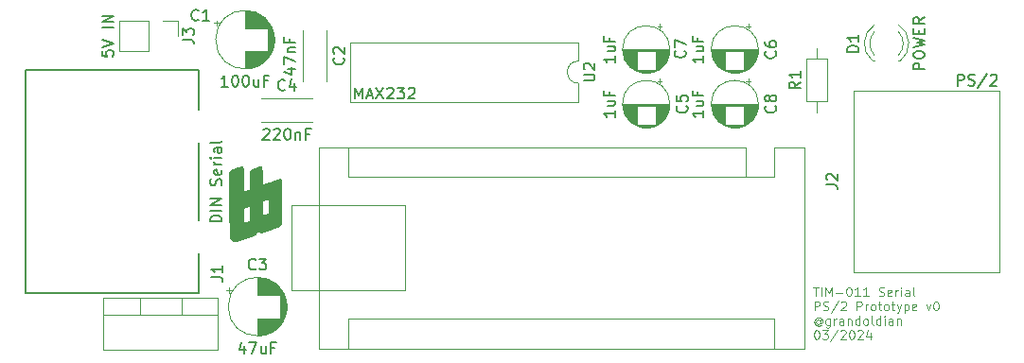
<source format=gbr>
%TF.GenerationSoftware,KiCad,Pcbnew,7.0.7*%
%TF.CreationDate,2024-03-20T00:35:15+00:00*%
%TF.ProjectId,TIMPS2Key,54494d50-5332-44b6-9579-2e6b69636164,rev?*%
%TF.SameCoordinates,Original*%
%TF.FileFunction,Legend,Top*%
%TF.FilePolarity,Positive*%
%FSLAX46Y46*%
G04 Gerber Fmt 4.6, Leading zero omitted, Abs format (unit mm)*
G04 Created by KiCad (PCBNEW 7.0.7) date 2024-03-20 00:35:15*
%MOMM*%
%LPD*%
G01*
G04 APERTURE LIST*
%ADD10C,0.100000*%
%ADD11C,0.150000*%
%ADD12C,0.120000*%
%ADD13C,0.127000*%
G04 APERTURE END LIST*
D10*
X151211979Y-72422895D02*
X151669122Y-72422895D01*
X151440550Y-73222895D02*
X151440550Y-72422895D01*
X151935789Y-73222895D02*
X151935789Y-72422895D01*
X152316741Y-73222895D02*
X152316741Y-72422895D01*
X152316741Y-72422895D02*
X152583407Y-72994323D01*
X152583407Y-72994323D02*
X152850074Y-72422895D01*
X152850074Y-72422895D02*
X152850074Y-73222895D01*
X153231027Y-72918133D02*
X153840551Y-72918133D01*
X154373884Y-72422895D02*
X154450074Y-72422895D01*
X154450074Y-72422895D02*
X154526265Y-72460990D01*
X154526265Y-72460990D02*
X154564360Y-72499085D01*
X154564360Y-72499085D02*
X154602455Y-72575276D01*
X154602455Y-72575276D02*
X154640550Y-72727657D01*
X154640550Y-72727657D02*
X154640550Y-72918133D01*
X154640550Y-72918133D02*
X154602455Y-73070514D01*
X154602455Y-73070514D02*
X154564360Y-73146704D01*
X154564360Y-73146704D02*
X154526265Y-73184800D01*
X154526265Y-73184800D02*
X154450074Y-73222895D01*
X154450074Y-73222895D02*
X154373884Y-73222895D01*
X154373884Y-73222895D02*
X154297693Y-73184800D01*
X154297693Y-73184800D02*
X154259598Y-73146704D01*
X154259598Y-73146704D02*
X154221503Y-73070514D01*
X154221503Y-73070514D02*
X154183407Y-72918133D01*
X154183407Y-72918133D02*
X154183407Y-72727657D01*
X154183407Y-72727657D02*
X154221503Y-72575276D01*
X154221503Y-72575276D02*
X154259598Y-72499085D01*
X154259598Y-72499085D02*
X154297693Y-72460990D01*
X154297693Y-72460990D02*
X154373884Y-72422895D01*
X155402455Y-73222895D02*
X154945312Y-73222895D01*
X155173884Y-73222895D02*
X155173884Y-72422895D01*
X155173884Y-72422895D02*
X155097693Y-72537180D01*
X155097693Y-72537180D02*
X155021503Y-72613371D01*
X155021503Y-72613371D02*
X154945312Y-72651466D01*
X156164360Y-73222895D02*
X155707217Y-73222895D01*
X155935789Y-73222895D02*
X155935789Y-72422895D01*
X155935789Y-72422895D02*
X155859598Y-72537180D01*
X155859598Y-72537180D02*
X155783408Y-72613371D01*
X155783408Y-72613371D02*
X155707217Y-72651466D01*
X157078646Y-73184800D02*
X157192932Y-73222895D01*
X157192932Y-73222895D02*
X157383408Y-73222895D01*
X157383408Y-73222895D02*
X157459599Y-73184800D01*
X157459599Y-73184800D02*
X157497694Y-73146704D01*
X157497694Y-73146704D02*
X157535789Y-73070514D01*
X157535789Y-73070514D02*
X157535789Y-72994323D01*
X157535789Y-72994323D02*
X157497694Y-72918133D01*
X157497694Y-72918133D02*
X157459599Y-72880038D01*
X157459599Y-72880038D02*
X157383408Y-72841942D01*
X157383408Y-72841942D02*
X157231027Y-72803847D01*
X157231027Y-72803847D02*
X157154837Y-72765752D01*
X157154837Y-72765752D02*
X157116742Y-72727657D01*
X157116742Y-72727657D02*
X157078646Y-72651466D01*
X157078646Y-72651466D02*
X157078646Y-72575276D01*
X157078646Y-72575276D02*
X157116742Y-72499085D01*
X157116742Y-72499085D02*
X157154837Y-72460990D01*
X157154837Y-72460990D02*
X157231027Y-72422895D01*
X157231027Y-72422895D02*
X157421504Y-72422895D01*
X157421504Y-72422895D02*
X157535789Y-72460990D01*
X158183409Y-73184800D02*
X158107218Y-73222895D01*
X158107218Y-73222895D02*
X157954837Y-73222895D01*
X157954837Y-73222895D02*
X157878647Y-73184800D01*
X157878647Y-73184800D02*
X157840551Y-73108609D01*
X157840551Y-73108609D02*
X157840551Y-72803847D01*
X157840551Y-72803847D02*
X157878647Y-72727657D01*
X157878647Y-72727657D02*
X157954837Y-72689561D01*
X157954837Y-72689561D02*
X158107218Y-72689561D01*
X158107218Y-72689561D02*
X158183409Y-72727657D01*
X158183409Y-72727657D02*
X158221504Y-72803847D01*
X158221504Y-72803847D02*
X158221504Y-72880038D01*
X158221504Y-72880038D02*
X157840551Y-72956228D01*
X158564361Y-73222895D02*
X158564361Y-72689561D01*
X158564361Y-72841942D02*
X158602456Y-72765752D01*
X158602456Y-72765752D02*
X158640551Y-72727657D01*
X158640551Y-72727657D02*
X158716742Y-72689561D01*
X158716742Y-72689561D02*
X158792932Y-72689561D01*
X159059599Y-73222895D02*
X159059599Y-72689561D01*
X159059599Y-72422895D02*
X159021503Y-72460990D01*
X159021503Y-72460990D02*
X159059599Y-72499085D01*
X159059599Y-72499085D02*
X159097694Y-72460990D01*
X159097694Y-72460990D02*
X159059599Y-72422895D01*
X159059599Y-72422895D02*
X159059599Y-72499085D01*
X159783408Y-73222895D02*
X159783408Y-72803847D01*
X159783408Y-72803847D02*
X159745313Y-72727657D01*
X159745313Y-72727657D02*
X159669122Y-72689561D01*
X159669122Y-72689561D02*
X159516741Y-72689561D01*
X159516741Y-72689561D02*
X159440551Y-72727657D01*
X159783408Y-73184800D02*
X159707217Y-73222895D01*
X159707217Y-73222895D02*
X159516741Y-73222895D01*
X159516741Y-73222895D02*
X159440551Y-73184800D01*
X159440551Y-73184800D02*
X159402455Y-73108609D01*
X159402455Y-73108609D02*
X159402455Y-73032419D01*
X159402455Y-73032419D02*
X159440551Y-72956228D01*
X159440551Y-72956228D02*
X159516741Y-72918133D01*
X159516741Y-72918133D02*
X159707217Y-72918133D01*
X159707217Y-72918133D02*
X159783408Y-72880038D01*
X160278646Y-73222895D02*
X160202456Y-73184800D01*
X160202456Y-73184800D02*
X160164361Y-73108609D01*
X160164361Y-73108609D02*
X160164361Y-72422895D01*
X151326265Y-74510895D02*
X151326265Y-73710895D01*
X151326265Y-73710895D02*
X151631027Y-73710895D01*
X151631027Y-73710895D02*
X151707217Y-73748990D01*
X151707217Y-73748990D02*
X151745312Y-73787085D01*
X151745312Y-73787085D02*
X151783408Y-73863276D01*
X151783408Y-73863276D02*
X151783408Y-73977561D01*
X151783408Y-73977561D02*
X151745312Y-74053752D01*
X151745312Y-74053752D02*
X151707217Y-74091847D01*
X151707217Y-74091847D02*
X151631027Y-74129942D01*
X151631027Y-74129942D02*
X151326265Y-74129942D01*
X152088169Y-74472800D02*
X152202455Y-74510895D01*
X152202455Y-74510895D02*
X152392931Y-74510895D01*
X152392931Y-74510895D02*
X152469122Y-74472800D01*
X152469122Y-74472800D02*
X152507217Y-74434704D01*
X152507217Y-74434704D02*
X152545312Y-74358514D01*
X152545312Y-74358514D02*
X152545312Y-74282323D01*
X152545312Y-74282323D02*
X152507217Y-74206133D01*
X152507217Y-74206133D02*
X152469122Y-74168038D01*
X152469122Y-74168038D02*
X152392931Y-74129942D01*
X152392931Y-74129942D02*
X152240550Y-74091847D01*
X152240550Y-74091847D02*
X152164360Y-74053752D01*
X152164360Y-74053752D02*
X152126265Y-74015657D01*
X152126265Y-74015657D02*
X152088169Y-73939466D01*
X152088169Y-73939466D02*
X152088169Y-73863276D01*
X152088169Y-73863276D02*
X152126265Y-73787085D01*
X152126265Y-73787085D02*
X152164360Y-73748990D01*
X152164360Y-73748990D02*
X152240550Y-73710895D01*
X152240550Y-73710895D02*
X152431027Y-73710895D01*
X152431027Y-73710895D02*
X152545312Y-73748990D01*
X153459598Y-73672800D02*
X152773884Y-74701371D01*
X153688169Y-73787085D02*
X153726265Y-73748990D01*
X153726265Y-73748990D02*
X153802455Y-73710895D01*
X153802455Y-73710895D02*
X153992931Y-73710895D01*
X153992931Y-73710895D02*
X154069122Y-73748990D01*
X154069122Y-73748990D02*
X154107217Y-73787085D01*
X154107217Y-73787085D02*
X154145312Y-73863276D01*
X154145312Y-73863276D02*
X154145312Y-73939466D01*
X154145312Y-73939466D02*
X154107217Y-74053752D01*
X154107217Y-74053752D02*
X153650074Y-74510895D01*
X153650074Y-74510895D02*
X154145312Y-74510895D01*
X155097694Y-74510895D02*
X155097694Y-73710895D01*
X155097694Y-73710895D02*
X155402456Y-73710895D01*
X155402456Y-73710895D02*
X155478646Y-73748990D01*
X155478646Y-73748990D02*
X155516741Y-73787085D01*
X155516741Y-73787085D02*
X155554837Y-73863276D01*
X155554837Y-73863276D02*
X155554837Y-73977561D01*
X155554837Y-73977561D02*
X155516741Y-74053752D01*
X155516741Y-74053752D02*
X155478646Y-74091847D01*
X155478646Y-74091847D02*
X155402456Y-74129942D01*
X155402456Y-74129942D02*
X155097694Y-74129942D01*
X155897694Y-74510895D02*
X155897694Y-73977561D01*
X155897694Y-74129942D02*
X155935789Y-74053752D01*
X155935789Y-74053752D02*
X155973884Y-74015657D01*
X155973884Y-74015657D02*
X156050075Y-73977561D01*
X156050075Y-73977561D02*
X156126265Y-73977561D01*
X156507217Y-74510895D02*
X156431027Y-74472800D01*
X156431027Y-74472800D02*
X156392932Y-74434704D01*
X156392932Y-74434704D02*
X156354836Y-74358514D01*
X156354836Y-74358514D02*
X156354836Y-74129942D01*
X156354836Y-74129942D02*
X156392932Y-74053752D01*
X156392932Y-74053752D02*
X156431027Y-74015657D01*
X156431027Y-74015657D02*
X156507217Y-73977561D01*
X156507217Y-73977561D02*
X156621503Y-73977561D01*
X156621503Y-73977561D02*
X156697694Y-74015657D01*
X156697694Y-74015657D02*
X156735789Y-74053752D01*
X156735789Y-74053752D02*
X156773884Y-74129942D01*
X156773884Y-74129942D02*
X156773884Y-74358514D01*
X156773884Y-74358514D02*
X156735789Y-74434704D01*
X156735789Y-74434704D02*
X156697694Y-74472800D01*
X156697694Y-74472800D02*
X156621503Y-74510895D01*
X156621503Y-74510895D02*
X156507217Y-74510895D01*
X157002456Y-73977561D02*
X157307218Y-73977561D01*
X157116742Y-73710895D02*
X157116742Y-74396609D01*
X157116742Y-74396609D02*
X157154837Y-74472800D01*
X157154837Y-74472800D02*
X157231027Y-74510895D01*
X157231027Y-74510895D02*
X157307218Y-74510895D01*
X157688170Y-74510895D02*
X157611980Y-74472800D01*
X157611980Y-74472800D02*
X157573885Y-74434704D01*
X157573885Y-74434704D02*
X157535789Y-74358514D01*
X157535789Y-74358514D02*
X157535789Y-74129942D01*
X157535789Y-74129942D02*
X157573885Y-74053752D01*
X157573885Y-74053752D02*
X157611980Y-74015657D01*
X157611980Y-74015657D02*
X157688170Y-73977561D01*
X157688170Y-73977561D02*
X157802456Y-73977561D01*
X157802456Y-73977561D02*
X157878647Y-74015657D01*
X157878647Y-74015657D02*
X157916742Y-74053752D01*
X157916742Y-74053752D02*
X157954837Y-74129942D01*
X157954837Y-74129942D02*
X157954837Y-74358514D01*
X157954837Y-74358514D02*
X157916742Y-74434704D01*
X157916742Y-74434704D02*
X157878647Y-74472800D01*
X157878647Y-74472800D02*
X157802456Y-74510895D01*
X157802456Y-74510895D02*
X157688170Y-74510895D01*
X158183409Y-73977561D02*
X158488171Y-73977561D01*
X158297695Y-73710895D02*
X158297695Y-74396609D01*
X158297695Y-74396609D02*
X158335790Y-74472800D01*
X158335790Y-74472800D02*
X158411980Y-74510895D01*
X158411980Y-74510895D02*
X158488171Y-74510895D01*
X158678647Y-73977561D02*
X158869123Y-74510895D01*
X159059600Y-73977561D02*
X158869123Y-74510895D01*
X158869123Y-74510895D02*
X158792933Y-74701371D01*
X158792933Y-74701371D02*
X158754838Y-74739466D01*
X158754838Y-74739466D02*
X158678647Y-74777561D01*
X159364362Y-73977561D02*
X159364362Y-74777561D01*
X159364362Y-74015657D02*
X159440552Y-73977561D01*
X159440552Y-73977561D02*
X159592933Y-73977561D01*
X159592933Y-73977561D02*
X159669124Y-74015657D01*
X159669124Y-74015657D02*
X159707219Y-74053752D01*
X159707219Y-74053752D02*
X159745314Y-74129942D01*
X159745314Y-74129942D02*
X159745314Y-74358514D01*
X159745314Y-74358514D02*
X159707219Y-74434704D01*
X159707219Y-74434704D02*
X159669124Y-74472800D01*
X159669124Y-74472800D02*
X159592933Y-74510895D01*
X159592933Y-74510895D02*
X159440552Y-74510895D01*
X159440552Y-74510895D02*
X159364362Y-74472800D01*
X160392934Y-74472800D02*
X160316743Y-74510895D01*
X160316743Y-74510895D02*
X160164362Y-74510895D01*
X160164362Y-74510895D02*
X160088172Y-74472800D01*
X160088172Y-74472800D02*
X160050076Y-74396609D01*
X160050076Y-74396609D02*
X160050076Y-74091847D01*
X160050076Y-74091847D02*
X160088172Y-74015657D01*
X160088172Y-74015657D02*
X160164362Y-73977561D01*
X160164362Y-73977561D02*
X160316743Y-73977561D01*
X160316743Y-73977561D02*
X160392934Y-74015657D01*
X160392934Y-74015657D02*
X160431029Y-74091847D01*
X160431029Y-74091847D02*
X160431029Y-74168038D01*
X160431029Y-74168038D02*
X160050076Y-74244228D01*
X161307219Y-73977561D02*
X161497695Y-74510895D01*
X161497695Y-74510895D02*
X161688172Y-73977561D01*
X162145315Y-73710895D02*
X162221505Y-73710895D01*
X162221505Y-73710895D02*
X162297696Y-73748990D01*
X162297696Y-73748990D02*
X162335791Y-73787085D01*
X162335791Y-73787085D02*
X162373886Y-73863276D01*
X162373886Y-73863276D02*
X162411981Y-74015657D01*
X162411981Y-74015657D02*
X162411981Y-74206133D01*
X162411981Y-74206133D02*
X162373886Y-74358514D01*
X162373886Y-74358514D02*
X162335791Y-74434704D01*
X162335791Y-74434704D02*
X162297696Y-74472800D01*
X162297696Y-74472800D02*
X162221505Y-74510895D01*
X162221505Y-74510895D02*
X162145315Y-74510895D01*
X162145315Y-74510895D02*
X162069124Y-74472800D01*
X162069124Y-74472800D02*
X162031029Y-74434704D01*
X162031029Y-74434704D02*
X161992934Y-74358514D01*
X161992934Y-74358514D02*
X161954838Y-74206133D01*
X161954838Y-74206133D02*
X161954838Y-74015657D01*
X161954838Y-74015657D02*
X161992934Y-73863276D01*
X161992934Y-73863276D02*
X162031029Y-73787085D01*
X162031029Y-73787085D02*
X162069124Y-73748990D01*
X162069124Y-73748990D02*
X162145315Y-73710895D01*
X151821503Y-75417942D02*
X151783408Y-75379847D01*
X151783408Y-75379847D02*
X151707217Y-75341752D01*
X151707217Y-75341752D02*
X151631027Y-75341752D01*
X151631027Y-75341752D02*
X151554836Y-75379847D01*
X151554836Y-75379847D02*
X151516741Y-75417942D01*
X151516741Y-75417942D02*
X151478646Y-75494133D01*
X151478646Y-75494133D02*
X151478646Y-75570323D01*
X151478646Y-75570323D02*
X151516741Y-75646514D01*
X151516741Y-75646514D02*
X151554836Y-75684609D01*
X151554836Y-75684609D02*
X151631027Y-75722704D01*
X151631027Y-75722704D02*
X151707217Y-75722704D01*
X151707217Y-75722704D02*
X151783408Y-75684609D01*
X151783408Y-75684609D02*
X151821503Y-75646514D01*
X151821503Y-75341752D02*
X151821503Y-75646514D01*
X151821503Y-75646514D02*
X151859598Y-75684609D01*
X151859598Y-75684609D02*
X151897693Y-75684609D01*
X151897693Y-75684609D02*
X151973884Y-75646514D01*
X151973884Y-75646514D02*
X152011979Y-75570323D01*
X152011979Y-75570323D02*
X152011979Y-75379847D01*
X152011979Y-75379847D02*
X151935789Y-75265561D01*
X151935789Y-75265561D02*
X151821503Y-75189371D01*
X151821503Y-75189371D02*
X151669122Y-75151276D01*
X151669122Y-75151276D02*
X151516741Y-75189371D01*
X151516741Y-75189371D02*
X151402455Y-75265561D01*
X151402455Y-75265561D02*
X151326265Y-75379847D01*
X151326265Y-75379847D02*
X151288169Y-75532228D01*
X151288169Y-75532228D02*
X151326265Y-75684609D01*
X151326265Y-75684609D02*
X151402455Y-75798895D01*
X151402455Y-75798895D02*
X151516741Y-75875085D01*
X151516741Y-75875085D02*
X151669122Y-75913180D01*
X151669122Y-75913180D02*
X151821503Y-75875085D01*
X151821503Y-75875085D02*
X151935789Y-75798895D01*
X152697693Y-75265561D02*
X152697693Y-75913180D01*
X152697693Y-75913180D02*
X152659598Y-75989371D01*
X152659598Y-75989371D02*
X152621502Y-76027466D01*
X152621502Y-76027466D02*
X152545312Y-76065561D01*
X152545312Y-76065561D02*
X152431026Y-76065561D01*
X152431026Y-76065561D02*
X152354836Y-76027466D01*
X152697693Y-75760800D02*
X152621502Y-75798895D01*
X152621502Y-75798895D02*
X152469121Y-75798895D01*
X152469121Y-75798895D02*
X152392931Y-75760800D01*
X152392931Y-75760800D02*
X152354836Y-75722704D01*
X152354836Y-75722704D02*
X152316740Y-75646514D01*
X152316740Y-75646514D02*
X152316740Y-75417942D01*
X152316740Y-75417942D02*
X152354836Y-75341752D01*
X152354836Y-75341752D02*
X152392931Y-75303657D01*
X152392931Y-75303657D02*
X152469121Y-75265561D01*
X152469121Y-75265561D02*
X152621502Y-75265561D01*
X152621502Y-75265561D02*
X152697693Y-75303657D01*
X153078646Y-75798895D02*
X153078646Y-75265561D01*
X153078646Y-75417942D02*
X153116741Y-75341752D01*
X153116741Y-75341752D02*
X153154836Y-75303657D01*
X153154836Y-75303657D02*
X153231027Y-75265561D01*
X153231027Y-75265561D02*
X153307217Y-75265561D01*
X153916741Y-75798895D02*
X153916741Y-75379847D01*
X153916741Y-75379847D02*
X153878646Y-75303657D01*
X153878646Y-75303657D02*
X153802455Y-75265561D01*
X153802455Y-75265561D02*
X153650074Y-75265561D01*
X153650074Y-75265561D02*
X153573884Y-75303657D01*
X153916741Y-75760800D02*
X153840550Y-75798895D01*
X153840550Y-75798895D02*
X153650074Y-75798895D01*
X153650074Y-75798895D02*
X153573884Y-75760800D01*
X153573884Y-75760800D02*
X153535788Y-75684609D01*
X153535788Y-75684609D02*
X153535788Y-75608419D01*
X153535788Y-75608419D02*
X153573884Y-75532228D01*
X153573884Y-75532228D02*
X153650074Y-75494133D01*
X153650074Y-75494133D02*
X153840550Y-75494133D01*
X153840550Y-75494133D02*
X153916741Y-75456038D01*
X154297694Y-75265561D02*
X154297694Y-75798895D01*
X154297694Y-75341752D02*
X154335789Y-75303657D01*
X154335789Y-75303657D02*
X154411979Y-75265561D01*
X154411979Y-75265561D02*
X154526265Y-75265561D01*
X154526265Y-75265561D02*
X154602456Y-75303657D01*
X154602456Y-75303657D02*
X154640551Y-75379847D01*
X154640551Y-75379847D02*
X154640551Y-75798895D01*
X155364361Y-75798895D02*
X155364361Y-74998895D01*
X155364361Y-75760800D02*
X155288170Y-75798895D01*
X155288170Y-75798895D02*
X155135789Y-75798895D01*
X155135789Y-75798895D02*
X155059599Y-75760800D01*
X155059599Y-75760800D02*
X155021504Y-75722704D01*
X155021504Y-75722704D02*
X154983408Y-75646514D01*
X154983408Y-75646514D02*
X154983408Y-75417942D01*
X154983408Y-75417942D02*
X155021504Y-75341752D01*
X155021504Y-75341752D02*
X155059599Y-75303657D01*
X155059599Y-75303657D02*
X155135789Y-75265561D01*
X155135789Y-75265561D02*
X155288170Y-75265561D01*
X155288170Y-75265561D02*
X155364361Y-75303657D01*
X155859599Y-75798895D02*
X155783409Y-75760800D01*
X155783409Y-75760800D02*
X155745314Y-75722704D01*
X155745314Y-75722704D02*
X155707218Y-75646514D01*
X155707218Y-75646514D02*
X155707218Y-75417942D01*
X155707218Y-75417942D02*
X155745314Y-75341752D01*
X155745314Y-75341752D02*
X155783409Y-75303657D01*
X155783409Y-75303657D02*
X155859599Y-75265561D01*
X155859599Y-75265561D02*
X155973885Y-75265561D01*
X155973885Y-75265561D02*
X156050076Y-75303657D01*
X156050076Y-75303657D02*
X156088171Y-75341752D01*
X156088171Y-75341752D02*
X156126266Y-75417942D01*
X156126266Y-75417942D02*
X156126266Y-75646514D01*
X156126266Y-75646514D02*
X156088171Y-75722704D01*
X156088171Y-75722704D02*
X156050076Y-75760800D01*
X156050076Y-75760800D02*
X155973885Y-75798895D01*
X155973885Y-75798895D02*
X155859599Y-75798895D01*
X156583409Y-75798895D02*
X156507219Y-75760800D01*
X156507219Y-75760800D02*
X156469124Y-75684609D01*
X156469124Y-75684609D02*
X156469124Y-74998895D01*
X157231029Y-75798895D02*
X157231029Y-74998895D01*
X157231029Y-75760800D02*
X157154838Y-75798895D01*
X157154838Y-75798895D02*
X157002457Y-75798895D01*
X157002457Y-75798895D02*
X156926267Y-75760800D01*
X156926267Y-75760800D02*
X156888172Y-75722704D01*
X156888172Y-75722704D02*
X156850076Y-75646514D01*
X156850076Y-75646514D02*
X156850076Y-75417942D01*
X156850076Y-75417942D02*
X156888172Y-75341752D01*
X156888172Y-75341752D02*
X156926267Y-75303657D01*
X156926267Y-75303657D02*
X157002457Y-75265561D01*
X157002457Y-75265561D02*
X157154838Y-75265561D01*
X157154838Y-75265561D02*
X157231029Y-75303657D01*
X157611982Y-75798895D02*
X157611982Y-75265561D01*
X157611982Y-74998895D02*
X157573886Y-75036990D01*
X157573886Y-75036990D02*
X157611982Y-75075085D01*
X157611982Y-75075085D02*
X157650077Y-75036990D01*
X157650077Y-75036990D02*
X157611982Y-74998895D01*
X157611982Y-74998895D02*
X157611982Y-75075085D01*
X158335791Y-75798895D02*
X158335791Y-75379847D01*
X158335791Y-75379847D02*
X158297696Y-75303657D01*
X158297696Y-75303657D02*
X158221505Y-75265561D01*
X158221505Y-75265561D02*
X158069124Y-75265561D01*
X158069124Y-75265561D02*
X157992934Y-75303657D01*
X158335791Y-75760800D02*
X158259600Y-75798895D01*
X158259600Y-75798895D02*
X158069124Y-75798895D01*
X158069124Y-75798895D02*
X157992934Y-75760800D01*
X157992934Y-75760800D02*
X157954838Y-75684609D01*
X157954838Y-75684609D02*
X157954838Y-75608419D01*
X157954838Y-75608419D02*
X157992934Y-75532228D01*
X157992934Y-75532228D02*
X158069124Y-75494133D01*
X158069124Y-75494133D02*
X158259600Y-75494133D01*
X158259600Y-75494133D02*
X158335791Y-75456038D01*
X158716744Y-75265561D02*
X158716744Y-75798895D01*
X158716744Y-75341752D02*
X158754839Y-75303657D01*
X158754839Y-75303657D02*
X158831029Y-75265561D01*
X158831029Y-75265561D02*
X158945315Y-75265561D01*
X158945315Y-75265561D02*
X159021506Y-75303657D01*
X159021506Y-75303657D02*
X159059601Y-75379847D01*
X159059601Y-75379847D02*
X159059601Y-75798895D01*
X151478646Y-76286895D02*
X151554836Y-76286895D01*
X151554836Y-76286895D02*
X151631027Y-76324990D01*
X151631027Y-76324990D02*
X151669122Y-76363085D01*
X151669122Y-76363085D02*
X151707217Y-76439276D01*
X151707217Y-76439276D02*
X151745312Y-76591657D01*
X151745312Y-76591657D02*
X151745312Y-76782133D01*
X151745312Y-76782133D02*
X151707217Y-76934514D01*
X151707217Y-76934514D02*
X151669122Y-77010704D01*
X151669122Y-77010704D02*
X151631027Y-77048800D01*
X151631027Y-77048800D02*
X151554836Y-77086895D01*
X151554836Y-77086895D02*
X151478646Y-77086895D01*
X151478646Y-77086895D02*
X151402455Y-77048800D01*
X151402455Y-77048800D02*
X151364360Y-77010704D01*
X151364360Y-77010704D02*
X151326265Y-76934514D01*
X151326265Y-76934514D02*
X151288169Y-76782133D01*
X151288169Y-76782133D02*
X151288169Y-76591657D01*
X151288169Y-76591657D02*
X151326265Y-76439276D01*
X151326265Y-76439276D02*
X151364360Y-76363085D01*
X151364360Y-76363085D02*
X151402455Y-76324990D01*
X151402455Y-76324990D02*
X151478646Y-76286895D01*
X152011979Y-76286895D02*
X152507217Y-76286895D01*
X152507217Y-76286895D02*
X152240551Y-76591657D01*
X152240551Y-76591657D02*
X152354836Y-76591657D01*
X152354836Y-76591657D02*
X152431027Y-76629752D01*
X152431027Y-76629752D02*
X152469122Y-76667847D01*
X152469122Y-76667847D02*
X152507217Y-76744038D01*
X152507217Y-76744038D02*
X152507217Y-76934514D01*
X152507217Y-76934514D02*
X152469122Y-77010704D01*
X152469122Y-77010704D02*
X152431027Y-77048800D01*
X152431027Y-77048800D02*
X152354836Y-77086895D01*
X152354836Y-77086895D02*
X152126265Y-77086895D01*
X152126265Y-77086895D02*
X152050074Y-77048800D01*
X152050074Y-77048800D02*
X152011979Y-77010704D01*
X153421503Y-76248800D02*
X152735789Y-77277371D01*
X153650074Y-76363085D02*
X153688170Y-76324990D01*
X153688170Y-76324990D02*
X153764360Y-76286895D01*
X153764360Y-76286895D02*
X153954836Y-76286895D01*
X153954836Y-76286895D02*
X154031027Y-76324990D01*
X154031027Y-76324990D02*
X154069122Y-76363085D01*
X154069122Y-76363085D02*
X154107217Y-76439276D01*
X154107217Y-76439276D02*
X154107217Y-76515466D01*
X154107217Y-76515466D02*
X154069122Y-76629752D01*
X154069122Y-76629752D02*
X153611979Y-77086895D01*
X153611979Y-77086895D02*
X154107217Y-77086895D01*
X154602456Y-76286895D02*
X154678646Y-76286895D01*
X154678646Y-76286895D02*
X154754837Y-76324990D01*
X154754837Y-76324990D02*
X154792932Y-76363085D01*
X154792932Y-76363085D02*
X154831027Y-76439276D01*
X154831027Y-76439276D02*
X154869122Y-76591657D01*
X154869122Y-76591657D02*
X154869122Y-76782133D01*
X154869122Y-76782133D02*
X154831027Y-76934514D01*
X154831027Y-76934514D02*
X154792932Y-77010704D01*
X154792932Y-77010704D02*
X154754837Y-77048800D01*
X154754837Y-77048800D02*
X154678646Y-77086895D01*
X154678646Y-77086895D02*
X154602456Y-77086895D01*
X154602456Y-77086895D02*
X154526265Y-77048800D01*
X154526265Y-77048800D02*
X154488170Y-77010704D01*
X154488170Y-77010704D02*
X154450075Y-76934514D01*
X154450075Y-76934514D02*
X154411979Y-76782133D01*
X154411979Y-76782133D02*
X154411979Y-76591657D01*
X154411979Y-76591657D02*
X154450075Y-76439276D01*
X154450075Y-76439276D02*
X154488170Y-76363085D01*
X154488170Y-76363085D02*
X154526265Y-76324990D01*
X154526265Y-76324990D02*
X154602456Y-76286895D01*
X155173884Y-76363085D02*
X155211980Y-76324990D01*
X155211980Y-76324990D02*
X155288170Y-76286895D01*
X155288170Y-76286895D02*
X155478646Y-76286895D01*
X155478646Y-76286895D02*
X155554837Y-76324990D01*
X155554837Y-76324990D02*
X155592932Y-76363085D01*
X155592932Y-76363085D02*
X155631027Y-76439276D01*
X155631027Y-76439276D02*
X155631027Y-76515466D01*
X155631027Y-76515466D02*
X155592932Y-76629752D01*
X155592932Y-76629752D02*
X155135789Y-77086895D01*
X155135789Y-77086895D02*
X155631027Y-77086895D01*
X156316742Y-76553561D02*
X156316742Y-77086895D01*
X156126266Y-76248800D02*
X155935789Y-76820228D01*
X155935789Y-76820228D02*
X156431028Y-76820228D01*
D11*
X130664819Y-53931904D02*
X131474342Y-53931904D01*
X131474342Y-53931904D02*
X131569580Y-53884285D01*
X131569580Y-53884285D02*
X131617200Y-53836666D01*
X131617200Y-53836666D02*
X131664819Y-53741428D01*
X131664819Y-53741428D02*
X131664819Y-53550952D01*
X131664819Y-53550952D02*
X131617200Y-53455714D01*
X131617200Y-53455714D02*
X131569580Y-53408095D01*
X131569580Y-53408095D02*
X131474342Y-53360476D01*
X131474342Y-53360476D02*
X130664819Y-53360476D01*
X130760057Y-52931904D02*
X130712438Y-52884285D01*
X130712438Y-52884285D02*
X130664819Y-52789047D01*
X130664819Y-52789047D02*
X130664819Y-52550952D01*
X130664819Y-52550952D02*
X130712438Y-52455714D01*
X130712438Y-52455714D02*
X130760057Y-52408095D01*
X130760057Y-52408095D02*
X130855295Y-52360476D01*
X130855295Y-52360476D02*
X130950533Y-52360476D01*
X130950533Y-52360476D02*
X131093390Y-52408095D01*
X131093390Y-52408095D02*
X131664819Y-52979523D01*
X131664819Y-52979523D02*
X131664819Y-52360476D01*
X110183333Y-55554819D02*
X110183333Y-54554819D01*
X110183333Y-54554819D02*
X110516666Y-55269104D01*
X110516666Y-55269104D02*
X110849999Y-54554819D01*
X110849999Y-54554819D02*
X110849999Y-55554819D01*
X111278571Y-55269104D02*
X111754761Y-55269104D01*
X111183333Y-55554819D02*
X111516666Y-54554819D01*
X111516666Y-54554819D02*
X111849999Y-55554819D01*
X112088095Y-54554819D02*
X112754761Y-55554819D01*
X112754761Y-54554819D02*
X112088095Y-55554819D01*
X113088095Y-54650057D02*
X113135714Y-54602438D01*
X113135714Y-54602438D02*
X113230952Y-54554819D01*
X113230952Y-54554819D02*
X113469047Y-54554819D01*
X113469047Y-54554819D02*
X113564285Y-54602438D01*
X113564285Y-54602438D02*
X113611904Y-54650057D01*
X113611904Y-54650057D02*
X113659523Y-54745295D01*
X113659523Y-54745295D02*
X113659523Y-54840533D01*
X113659523Y-54840533D02*
X113611904Y-54983390D01*
X113611904Y-54983390D02*
X113040476Y-55554819D01*
X113040476Y-55554819D02*
X113659523Y-55554819D01*
X113992857Y-54554819D02*
X114611904Y-54554819D01*
X114611904Y-54554819D02*
X114278571Y-54935771D01*
X114278571Y-54935771D02*
X114421428Y-54935771D01*
X114421428Y-54935771D02*
X114516666Y-54983390D01*
X114516666Y-54983390D02*
X114564285Y-55031009D01*
X114564285Y-55031009D02*
X114611904Y-55126247D01*
X114611904Y-55126247D02*
X114611904Y-55364342D01*
X114611904Y-55364342D02*
X114564285Y-55459580D01*
X114564285Y-55459580D02*
X114516666Y-55507200D01*
X114516666Y-55507200D02*
X114421428Y-55554819D01*
X114421428Y-55554819D02*
X114135714Y-55554819D01*
X114135714Y-55554819D02*
X114040476Y-55507200D01*
X114040476Y-55507200D02*
X113992857Y-55459580D01*
X114992857Y-54650057D02*
X115040476Y-54602438D01*
X115040476Y-54602438D02*
X115135714Y-54554819D01*
X115135714Y-54554819D02*
X115373809Y-54554819D01*
X115373809Y-54554819D02*
X115469047Y-54602438D01*
X115469047Y-54602438D02*
X115516666Y-54650057D01*
X115516666Y-54650057D02*
X115564285Y-54745295D01*
X115564285Y-54745295D02*
X115564285Y-54840533D01*
X115564285Y-54840533D02*
X115516666Y-54983390D01*
X115516666Y-54983390D02*
X114945238Y-55554819D01*
X114945238Y-55554819D02*
X115564285Y-55554819D01*
X150044819Y-54056666D02*
X149568628Y-54389999D01*
X150044819Y-54628094D02*
X149044819Y-54628094D01*
X149044819Y-54628094D02*
X149044819Y-54247142D01*
X149044819Y-54247142D02*
X149092438Y-54151904D01*
X149092438Y-54151904D02*
X149140057Y-54104285D01*
X149140057Y-54104285D02*
X149235295Y-54056666D01*
X149235295Y-54056666D02*
X149378152Y-54056666D01*
X149378152Y-54056666D02*
X149473390Y-54104285D01*
X149473390Y-54104285D02*
X149521009Y-54151904D01*
X149521009Y-54151904D02*
X149568628Y-54247142D01*
X149568628Y-54247142D02*
X149568628Y-54628094D01*
X150044819Y-53104285D02*
X150044819Y-53675713D01*
X150044819Y-53389999D02*
X149044819Y-53389999D01*
X149044819Y-53389999D02*
X149187676Y-53485237D01*
X149187676Y-53485237D02*
X149282914Y-53580475D01*
X149282914Y-53580475D02*
X149330533Y-53675713D01*
X94784819Y-50263333D02*
X95499104Y-50263333D01*
X95499104Y-50263333D02*
X95641961Y-50310952D01*
X95641961Y-50310952D02*
X95737200Y-50406190D01*
X95737200Y-50406190D02*
X95784819Y-50549047D01*
X95784819Y-50549047D02*
X95784819Y-50644285D01*
X94784819Y-49882380D02*
X94784819Y-49263333D01*
X94784819Y-49263333D02*
X95165771Y-49596666D01*
X95165771Y-49596666D02*
X95165771Y-49453809D01*
X95165771Y-49453809D02*
X95213390Y-49358571D01*
X95213390Y-49358571D02*
X95261009Y-49310952D01*
X95261009Y-49310952D02*
X95356247Y-49263333D01*
X95356247Y-49263333D02*
X95594342Y-49263333D01*
X95594342Y-49263333D02*
X95689580Y-49310952D01*
X95689580Y-49310952D02*
X95737200Y-49358571D01*
X95737200Y-49358571D02*
X95784819Y-49453809D01*
X95784819Y-49453809D02*
X95784819Y-49739523D01*
X95784819Y-49739523D02*
X95737200Y-49834761D01*
X95737200Y-49834761D02*
X95689580Y-49882380D01*
X87584819Y-51263333D02*
X87584819Y-51739523D01*
X87584819Y-51739523D02*
X88061009Y-51787142D01*
X88061009Y-51787142D02*
X88013390Y-51739523D01*
X88013390Y-51739523D02*
X87965771Y-51644285D01*
X87965771Y-51644285D02*
X87965771Y-51406190D01*
X87965771Y-51406190D02*
X88013390Y-51310952D01*
X88013390Y-51310952D02*
X88061009Y-51263333D01*
X88061009Y-51263333D02*
X88156247Y-51215714D01*
X88156247Y-51215714D02*
X88394342Y-51215714D01*
X88394342Y-51215714D02*
X88489580Y-51263333D01*
X88489580Y-51263333D02*
X88537200Y-51310952D01*
X88537200Y-51310952D02*
X88584819Y-51406190D01*
X88584819Y-51406190D02*
X88584819Y-51644285D01*
X88584819Y-51644285D02*
X88537200Y-51739523D01*
X88537200Y-51739523D02*
X88489580Y-51787142D01*
X87584819Y-50929999D02*
X88584819Y-50596666D01*
X88584819Y-50596666D02*
X87584819Y-50263333D01*
X88584819Y-49168094D02*
X87584819Y-49168094D01*
X88584819Y-48691904D02*
X87584819Y-48691904D01*
X87584819Y-48691904D02*
X88584819Y-48120476D01*
X88584819Y-48120476D02*
X87584819Y-48120476D01*
X152364819Y-63258333D02*
X153079104Y-63258333D01*
X153079104Y-63258333D02*
X153221961Y-63305952D01*
X153221961Y-63305952D02*
X153317200Y-63401190D01*
X153317200Y-63401190D02*
X153364819Y-63544047D01*
X153364819Y-63544047D02*
X153364819Y-63639285D01*
X152460057Y-62829761D02*
X152412438Y-62782142D01*
X152412438Y-62782142D02*
X152364819Y-62686904D01*
X152364819Y-62686904D02*
X152364819Y-62448809D01*
X152364819Y-62448809D02*
X152412438Y-62353571D01*
X152412438Y-62353571D02*
X152460057Y-62305952D01*
X152460057Y-62305952D02*
X152555295Y-62258333D01*
X152555295Y-62258333D02*
X152650533Y-62258333D01*
X152650533Y-62258333D02*
X152793390Y-62305952D01*
X152793390Y-62305952D02*
X153364819Y-62877380D01*
X153364819Y-62877380D02*
X153364819Y-62258333D01*
X164121905Y-54384819D02*
X164121905Y-53384819D01*
X164121905Y-53384819D02*
X164502857Y-53384819D01*
X164502857Y-53384819D02*
X164598095Y-53432438D01*
X164598095Y-53432438D02*
X164645714Y-53480057D01*
X164645714Y-53480057D02*
X164693333Y-53575295D01*
X164693333Y-53575295D02*
X164693333Y-53718152D01*
X164693333Y-53718152D02*
X164645714Y-53813390D01*
X164645714Y-53813390D02*
X164598095Y-53861009D01*
X164598095Y-53861009D02*
X164502857Y-53908628D01*
X164502857Y-53908628D02*
X164121905Y-53908628D01*
X165074286Y-54337200D02*
X165217143Y-54384819D01*
X165217143Y-54384819D02*
X165455238Y-54384819D01*
X165455238Y-54384819D02*
X165550476Y-54337200D01*
X165550476Y-54337200D02*
X165598095Y-54289580D01*
X165598095Y-54289580D02*
X165645714Y-54194342D01*
X165645714Y-54194342D02*
X165645714Y-54099104D01*
X165645714Y-54099104D02*
X165598095Y-54003866D01*
X165598095Y-54003866D02*
X165550476Y-53956247D01*
X165550476Y-53956247D02*
X165455238Y-53908628D01*
X165455238Y-53908628D02*
X165264762Y-53861009D01*
X165264762Y-53861009D02*
X165169524Y-53813390D01*
X165169524Y-53813390D02*
X165121905Y-53765771D01*
X165121905Y-53765771D02*
X165074286Y-53670533D01*
X165074286Y-53670533D02*
X165074286Y-53575295D01*
X165074286Y-53575295D02*
X165121905Y-53480057D01*
X165121905Y-53480057D02*
X165169524Y-53432438D01*
X165169524Y-53432438D02*
X165264762Y-53384819D01*
X165264762Y-53384819D02*
X165502857Y-53384819D01*
X165502857Y-53384819D02*
X165645714Y-53432438D01*
X166788571Y-53337200D02*
X165931429Y-54622914D01*
X167074286Y-53480057D02*
X167121905Y-53432438D01*
X167121905Y-53432438D02*
X167217143Y-53384819D01*
X167217143Y-53384819D02*
X167455238Y-53384819D01*
X167455238Y-53384819D02*
X167550476Y-53432438D01*
X167550476Y-53432438D02*
X167598095Y-53480057D01*
X167598095Y-53480057D02*
X167645714Y-53575295D01*
X167645714Y-53575295D02*
X167645714Y-53670533D01*
X167645714Y-53670533D02*
X167598095Y-53813390D01*
X167598095Y-53813390D02*
X167026667Y-54384819D01*
X167026667Y-54384819D02*
X167645714Y-54384819D01*
X97373019Y-71525933D02*
X98087304Y-71525933D01*
X98087304Y-71525933D02*
X98230161Y-71573552D01*
X98230161Y-71573552D02*
X98325400Y-71668790D01*
X98325400Y-71668790D02*
X98373019Y-71811647D01*
X98373019Y-71811647D02*
X98373019Y-71906885D01*
X98373019Y-70525933D02*
X98373019Y-71097361D01*
X98373019Y-70811647D02*
X97373019Y-70811647D01*
X97373019Y-70811647D02*
X97515876Y-70906885D01*
X97515876Y-70906885D02*
X97611114Y-71002123D01*
X97611114Y-71002123D02*
X97658733Y-71097361D01*
X98274819Y-66561428D02*
X97274819Y-66561428D01*
X97274819Y-66561428D02*
X97274819Y-66323333D01*
X97274819Y-66323333D02*
X97322438Y-66180476D01*
X97322438Y-66180476D02*
X97417676Y-66085238D01*
X97417676Y-66085238D02*
X97512914Y-66037619D01*
X97512914Y-66037619D02*
X97703390Y-65990000D01*
X97703390Y-65990000D02*
X97846247Y-65990000D01*
X97846247Y-65990000D02*
X98036723Y-66037619D01*
X98036723Y-66037619D02*
X98131961Y-66085238D01*
X98131961Y-66085238D02*
X98227200Y-66180476D01*
X98227200Y-66180476D02*
X98274819Y-66323333D01*
X98274819Y-66323333D02*
X98274819Y-66561428D01*
X98274819Y-65561428D02*
X97274819Y-65561428D01*
X98274819Y-65085238D02*
X97274819Y-65085238D01*
X97274819Y-65085238D02*
X98274819Y-64513810D01*
X98274819Y-64513810D02*
X97274819Y-64513810D01*
X98227200Y-63323333D02*
X98274819Y-63180476D01*
X98274819Y-63180476D02*
X98274819Y-62942381D01*
X98274819Y-62942381D02*
X98227200Y-62847143D01*
X98227200Y-62847143D02*
X98179580Y-62799524D01*
X98179580Y-62799524D02*
X98084342Y-62751905D01*
X98084342Y-62751905D02*
X97989104Y-62751905D01*
X97989104Y-62751905D02*
X97893866Y-62799524D01*
X97893866Y-62799524D02*
X97846247Y-62847143D01*
X97846247Y-62847143D02*
X97798628Y-62942381D01*
X97798628Y-62942381D02*
X97751009Y-63132857D01*
X97751009Y-63132857D02*
X97703390Y-63228095D01*
X97703390Y-63228095D02*
X97655771Y-63275714D01*
X97655771Y-63275714D02*
X97560533Y-63323333D01*
X97560533Y-63323333D02*
X97465295Y-63323333D01*
X97465295Y-63323333D02*
X97370057Y-63275714D01*
X97370057Y-63275714D02*
X97322438Y-63228095D01*
X97322438Y-63228095D02*
X97274819Y-63132857D01*
X97274819Y-63132857D02*
X97274819Y-62894762D01*
X97274819Y-62894762D02*
X97322438Y-62751905D01*
X98227200Y-61942381D02*
X98274819Y-62037619D01*
X98274819Y-62037619D02*
X98274819Y-62228095D01*
X98274819Y-62228095D02*
X98227200Y-62323333D01*
X98227200Y-62323333D02*
X98131961Y-62370952D01*
X98131961Y-62370952D02*
X97751009Y-62370952D01*
X97751009Y-62370952D02*
X97655771Y-62323333D01*
X97655771Y-62323333D02*
X97608152Y-62228095D01*
X97608152Y-62228095D02*
X97608152Y-62037619D01*
X97608152Y-62037619D02*
X97655771Y-61942381D01*
X97655771Y-61942381D02*
X97751009Y-61894762D01*
X97751009Y-61894762D02*
X97846247Y-61894762D01*
X97846247Y-61894762D02*
X97941485Y-62370952D01*
X98274819Y-61466190D02*
X97608152Y-61466190D01*
X97798628Y-61466190D02*
X97703390Y-61418571D01*
X97703390Y-61418571D02*
X97655771Y-61370952D01*
X97655771Y-61370952D02*
X97608152Y-61275714D01*
X97608152Y-61275714D02*
X97608152Y-61180476D01*
X98274819Y-60847142D02*
X97608152Y-60847142D01*
X97274819Y-60847142D02*
X97322438Y-60894761D01*
X97322438Y-60894761D02*
X97370057Y-60847142D01*
X97370057Y-60847142D02*
X97322438Y-60799523D01*
X97322438Y-60799523D02*
X97274819Y-60847142D01*
X97274819Y-60847142D02*
X97370057Y-60847142D01*
X98274819Y-59942381D02*
X97751009Y-59942381D01*
X97751009Y-59942381D02*
X97655771Y-59990000D01*
X97655771Y-59990000D02*
X97608152Y-60085238D01*
X97608152Y-60085238D02*
X97608152Y-60275714D01*
X97608152Y-60275714D02*
X97655771Y-60370952D01*
X98227200Y-59942381D02*
X98274819Y-60037619D01*
X98274819Y-60037619D02*
X98274819Y-60275714D01*
X98274819Y-60275714D02*
X98227200Y-60370952D01*
X98227200Y-60370952D02*
X98131961Y-60418571D01*
X98131961Y-60418571D02*
X98036723Y-60418571D01*
X98036723Y-60418571D02*
X97941485Y-60370952D01*
X97941485Y-60370952D02*
X97893866Y-60275714D01*
X97893866Y-60275714D02*
X97893866Y-60037619D01*
X97893866Y-60037619D02*
X97846247Y-59942381D01*
X98274819Y-59323333D02*
X98227200Y-59418571D01*
X98227200Y-59418571D02*
X98131961Y-59466190D01*
X98131961Y-59466190D02*
X97274819Y-59466190D01*
X155254819Y-51348094D02*
X154254819Y-51348094D01*
X154254819Y-51348094D02*
X154254819Y-51109999D01*
X154254819Y-51109999D02*
X154302438Y-50967142D01*
X154302438Y-50967142D02*
X154397676Y-50871904D01*
X154397676Y-50871904D02*
X154492914Y-50824285D01*
X154492914Y-50824285D02*
X154683390Y-50776666D01*
X154683390Y-50776666D02*
X154826247Y-50776666D01*
X154826247Y-50776666D02*
X155016723Y-50824285D01*
X155016723Y-50824285D02*
X155111961Y-50871904D01*
X155111961Y-50871904D02*
X155207200Y-50967142D01*
X155207200Y-50967142D02*
X155254819Y-51109999D01*
X155254819Y-51109999D02*
X155254819Y-51348094D01*
X155254819Y-49824285D02*
X155254819Y-50395713D01*
X155254819Y-50109999D02*
X154254819Y-50109999D01*
X154254819Y-50109999D02*
X154397676Y-50205237D01*
X154397676Y-50205237D02*
X154492914Y-50300475D01*
X154492914Y-50300475D02*
X154540533Y-50395713D01*
X161174819Y-52919523D02*
X160174819Y-52919523D01*
X160174819Y-52919523D02*
X160174819Y-52538571D01*
X160174819Y-52538571D02*
X160222438Y-52443333D01*
X160222438Y-52443333D02*
X160270057Y-52395714D01*
X160270057Y-52395714D02*
X160365295Y-52348095D01*
X160365295Y-52348095D02*
X160508152Y-52348095D01*
X160508152Y-52348095D02*
X160603390Y-52395714D01*
X160603390Y-52395714D02*
X160651009Y-52443333D01*
X160651009Y-52443333D02*
X160698628Y-52538571D01*
X160698628Y-52538571D02*
X160698628Y-52919523D01*
X160174819Y-51729047D02*
X160174819Y-51538571D01*
X160174819Y-51538571D02*
X160222438Y-51443333D01*
X160222438Y-51443333D02*
X160317676Y-51348095D01*
X160317676Y-51348095D02*
X160508152Y-51300476D01*
X160508152Y-51300476D02*
X160841485Y-51300476D01*
X160841485Y-51300476D02*
X161031961Y-51348095D01*
X161031961Y-51348095D02*
X161127200Y-51443333D01*
X161127200Y-51443333D02*
X161174819Y-51538571D01*
X161174819Y-51538571D02*
X161174819Y-51729047D01*
X161174819Y-51729047D02*
X161127200Y-51824285D01*
X161127200Y-51824285D02*
X161031961Y-51919523D01*
X161031961Y-51919523D02*
X160841485Y-51967142D01*
X160841485Y-51967142D02*
X160508152Y-51967142D01*
X160508152Y-51967142D02*
X160317676Y-51919523D01*
X160317676Y-51919523D02*
X160222438Y-51824285D01*
X160222438Y-51824285D02*
X160174819Y-51729047D01*
X160174819Y-50967142D02*
X161174819Y-50729047D01*
X161174819Y-50729047D02*
X160460533Y-50538571D01*
X160460533Y-50538571D02*
X161174819Y-50348095D01*
X161174819Y-50348095D02*
X160174819Y-50110000D01*
X160651009Y-49729047D02*
X160651009Y-49395714D01*
X161174819Y-49252857D02*
X161174819Y-49729047D01*
X161174819Y-49729047D02*
X160174819Y-49729047D01*
X160174819Y-49729047D02*
X160174819Y-49252857D01*
X161174819Y-48252857D02*
X160698628Y-48586190D01*
X161174819Y-48824285D02*
X160174819Y-48824285D01*
X160174819Y-48824285D02*
X160174819Y-48443333D01*
X160174819Y-48443333D02*
X160222438Y-48348095D01*
X160222438Y-48348095D02*
X160270057Y-48300476D01*
X160270057Y-48300476D02*
X160365295Y-48252857D01*
X160365295Y-48252857D02*
X160508152Y-48252857D01*
X160508152Y-48252857D02*
X160603390Y-48300476D01*
X160603390Y-48300476D02*
X160651009Y-48348095D01*
X160651009Y-48348095D02*
X160698628Y-48443333D01*
X160698628Y-48443333D02*
X160698628Y-48824285D01*
X147799580Y-56194067D02*
X147847200Y-56241686D01*
X147847200Y-56241686D02*
X147894819Y-56384543D01*
X147894819Y-56384543D02*
X147894819Y-56479781D01*
X147894819Y-56479781D02*
X147847200Y-56622638D01*
X147847200Y-56622638D02*
X147751961Y-56717876D01*
X147751961Y-56717876D02*
X147656723Y-56765495D01*
X147656723Y-56765495D02*
X147466247Y-56813114D01*
X147466247Y-56813114D02*
X147323390Y-56813114D01*
X147323390Y-56813114D02*
X147132914Y-56765495D01*
X147132914Y-56765495D02*
X147037676Y-56717876D01*
X147037676Y-56717876D02*
X146942438Y-56622638D01*
X146942438Y-56622638D02*
X146894819Y-56479781D01*
X146894819Y-56479781D02*
X146894819Y-56384543D01*
X146894819Y-56384543D02*
X146942438Y-56241686D01*
X146942438Y-56241686D02*
X146990057Y-56194067D01*
X147323390Y-55622638D02*
X147275771Y-55717876D01*
X147275771Y-55717876D02*
X147228152Y-55765495D01*
X147228152Y-55765495D02*
X147132914Y-55813114D01*
X147132914Y-55813114D02*
X147085295Y-55813114D01*
X147085295Y-55813114D02*
X146990057Y-55765495D01*
X146990057Y-55765495D02*
X146942438Y-55717876D01*
X146942438Y-55717876D02*
X146894819Y-55622638D01*
X146894819Y-55622638D02*
X146894819Y-55432162D01*
X146894819Y-55432162D02*
X146942438Y-55336924D01*
X146942438Y-55336924D02*
X146990057Y-55289305D01*
X146990057Y-55289305D02*
X147085295Y-55241686D01*
X147085295Y-55241686D02*
X147132914Y-55241686D01*
X147132914Y-55241686D02*
X147228152Y-55289305D01*
X147228152Y-55289305D02*
X147275771Y-55336924D01*
X147275771Y-55336924D02*
X147323390Y-55432162D01*
X147323390Y-55432162D02*
X147323390Y-55622638D01*
X147323390Y-55622638D02*
X147371009Y-55717876D01*
X147371009Y-55717876D02*
X147418628Y-55765495D01*
X147418628Y-55765495D02*
X147513866Y-55813114D01*
X147513866Y-55813114D02*
X147704342Y-55813114D01*
X147704342Y-55813114D02*
X147799580Y-55765495D01*
X147799580Y-55765495D02*
X147847200Y-55717876D01*
X147847200Y-55717876D02*
X147894819Y-55622638D01*
X147894819Y-55622638D02*
X147894819Y-55432162D01*
X147894819Y-55432162D02*
X147847200Y-55336924D01*
X147847200Y-55336924D02*
X147799580Y-55289305D01*
X147799580Y-55289305D02*
X147704342Y-55241686D01*
X147704342Y-55241686D02*
X147513866Y-55241686D01*
X147513866Y-55241686D02*
X147418628Y-55289305D01*
X147418628Y-55289305D02*
X147371009Y-55336924D01*
X147371009Y-55336924D02*
X147323390Y-55432162D01*
X141394819Y-56622639D02*
X141394819Y-57194067D01*
X141394819Y-56908353D02*
X140394819Y-56908353D01*
X140394819Y-56908353D02*
X140537676Y-57003591D01*
X140537676Y-57003591D02*
X140632914Y-57098829D01*
X140632914Y-57098829D02*
X140680533Y-57194067D01*
X140728152Y-55765496D02*
X141394819Y-55765496D01*
X140728152Y-56194067D02*
X141251961Y-56194067D01*
X141251961Y-56194067D02*
X141347200Y-56146448D01*
X141347200Y-56146448D02*
X141394819Y-56051210D01*
X141394819Y-56051210D02*
X141394819Y-55908353D01*
X141394819Y-55908353D02*
X141347200Y-55813115D01*
X141347200Y-55813115D02*
X141299580Y-55765496D01*
X140871009Y-54955972D02*
X140871009Y-55289305D01*
X141394819Y-55289305D02*
X140394819Y-55289305D01*
X140394819Y-55289305D02*
X140394819Y-54813115D01*
X139709580Y-51244067D02*
X139757200Y-51291686D01*
X139757200Y-51291686D02*
X139804819Y-51434543D01*
X139804819Y-51434543D02*
X139804819Y-51529781D01*
X139804819Y-51529781D02*
X139757200Y-51672638D01*
X139757200Y-51672638D02*
X139661961Y-51767876D01*
X139661961Y-51767876D02*
X139566723Y-51815495D01*
X139566723Y-51815495D02*
X139376247Y-51863114D01*
X139376247Y-51863114D02*
X139233390Y-51863114D01*
X139233390Y-51863114D02*
X139042914Y-51815495D01*
X139042914Y-51815495D02*
X138947676Y-51767876D01*
X138947676Y-51767876D02*
X138852438Y-51672638D01*
X138852438Y-51672638D02*
X138804819Y-51529781D01*
X138804819Y-51529781D02*
X138804819Y-51434543D01*
X138804819Y-51434543D02*
X138852438Y-51291686D01*
X138852438Y-51291686D02*
X138900057Y-51244067D01*
X138804819Y-50910733D02*
X138804819Y-50244067D01*
X138804819Y-50244067D02*
X139804819Y-50672638D01*
X133464819Y-51732639D02*
X133464819Y-52304067D01*
X133464819Y-52018353D02*
X132464819Y-52018353D01*
X132464819Y-52018353D02*
X132607676Y-52113591D01*
X132607676Y-52113591D02*
X132702914Y-52208829D01*
X132702914Y-52208829D02*
X132750533Y-52304067D01*
X132798152Y-50875496D02*
X133464819Y-50875496D01*
X132798152Y-51304067D02*
X133321961Y-51304067D01*
X133321961Y-51304067D02*
X133417200Y-51256448D01*
X133417200Y-51256448D02*
X133464819Y-51161210D01*
X133464819Y-51161210D02*
X133464819Y-51018353D01*
X133464819Y-51018353D02*
X133417200Y-50923115D01*
X133417200Y-50923115D02*
X133369580Y-50875496D01*
X132941009Y-50065972D02*
X132941009Y-50399305D01*
X133464819Y-50399305D02*
X132464819Y-50399305D01*
X132464819Y-50399305D02*
X132464819Y-49923115D01*
X147799580Y-51304067D02*
X147847200Y-51351686D01*
X147847200Y-51351686D02*
X147894819Y-51494543D01*
X147894819Y-51494543D02*
X147894819Y-51589781D01*
X147894819Y-51589781D02*
X147847200Y-51732638D01*
X147847200Y-51732638D02*
X147751961Y-51827876D01*
X147751961Y-51827876D02*
X147656723Y-51875495D01*
X147656723Y-51875495D02*
X147466247Y-51923114D01*
X147466247Y-51923114D02*
X147323390Y-51923114D01*
X147323390Y-51923114D02*
X147132914Y-51875495D01*
X147132914Y-51875495D02*
X147037676Y-51827876D01*
X147037676Y-51827876D02*
X146942438Y-51732638D01*
X146942438Y-51732638D02*
X146894819Y-51589781D01*
X146894819Y-51589781D02*
X146894819Y-51494543D01*
X146894819Y-51494543D02*
X146942438Y-51351686D01*
X146942438Y-51351686D02*
X146990057Y-51304067D01*
X146894819Y-50446924D02*
X146894819Y-50637400D01*
X146894819Y-50637400D02*
X146942438Y-50732638D01*
X146942438Y-50732638D02*
X146990057Y-50780257D01*
X146990057Y-50780257D02*
X147132914Y-50875495D01*
X147132914Y-50875495D02*
X147323390Y-50923114D01*
X147323390Y-50923114D02*
X147704342Y-50923114D01*
X147704342Y-50923114D02*
X147799580Y-50875495D01*
X147799580Y-50875495D02*
X147847200Y-50827876D01*
X147847200Y-50827876D02*
X147894819Y-50732638D01*
X147894819Y-50732638D02*
X147894819Y-50542162D01*
X147894819Y-50542162D02*
X147847200Y-50446924D01*
X147847200Y-50446924D02*
X147799580Y-50399305D01*
X147799580Y-50399305D02*
X147704342Y-50351686D01*
X147704342Y-50351686D02*
X147466247Y-50351686D01*
X147466247Y-50351686D02*
X147371009Y-50399305D01*
X147371009Y-50399305D02*
X147323390Y-50446924D01*
X147323390Y-50446924D02*
X147275771Y-50542162D01*
X147275771Y-50542162D02*
X147275771Y-50732638D01*
X147275771Y-50732638D02*
X147323390Y-50827876D01*
X147323390Y-50827876D02*
X147371009Y-50875495D01*
X147371009Y-50875495D02*
X147466247Y-50923114D01*
X141394819Y-51732639D02*
X141394819Y-52304067D01*
X141394819Y-52018353D02*
X140394819Y-52018353D01*
X140394819Y-52018353D02*
X140537676Y-52113591D01*
X140537676Y-52113591D02*
X140632914Y-52208829D01*
X140632914Y-52208829D02*
X140680533Y-52304067D01*
X140728152Y-50875496D02*
X141394819Y-50875496D01*
X140728152Y-51304067D02*
X141251961Y-51304067D01*
X141251961Y-51304067D02*
X141347200Y-51256448D01*
X141347200Y-51256448D02*
X141394819Y-51161210D01*
X141394819Y-51161210D02*
X141394819Y-51018353D01*
X141394819Y-51018353D02*
X141347200Y-50923115D01*
X141347200Y-50923115D02*
X141299580Y-50875496D01*
X140871009Y-50065972D02*
X140871009Y-50399305D01*
X141394819Y-50399305D02*
X140394819Y-50399305D01*
X140394819Y-50399305D02*
X140394819Y-49923115D01*
X139869580Y-56194067D02*
X139917200Y-56241686D01*
X139917200Y-56241686D02*
X139964819Y-56384543D01*
X139964819Y-56384543D02*
X139964819Y-56479781D01*
X139964819Y-56479781D02*
X139917200Y-56622638D01*
X139917200Y-56622638D02*
X139821961Y-56717876D01*
X139821961Y-56717876D02*
X139726723Y-56765495D01*
X139726723Y-56765495D02*
X139536247Y-56813114D01*
X139536247Y-56813114D02*
X139393390Y-56813114D01*
X139393390Y-56813114D02*
X139202914Y-56765495D01*
X139202914Y-56765495D02*
X139107676Y-56717876D01*
X139107676Y-56717876D02*
X139012438Y-56622638D01*
X139012438Y-56622638D02*
X138964819Y-56479781D01*
X138964819Y-56479781D02*
X138964819Y-56384543D01*
X138964819Y-56384543D02*
X139012438Y-56241686D01*
X139012438Y-56241686D02*
X139060057Y-56194067D01*
X138964819Y-55289305D02*
X138964819Y-55765495D01*
X138964819Y-55765495D02*
X139441009Y-55813114D01*
X139441009Y-55813114D02*
X139393390Y-55765495D01*
X139393390Y-55765495D02*
X139345771Y-55670257D01*
X139345771Y-55670257D02*
X139345771Y-55432162D01*
X139345771Y-55432162D02*
X139393390Y-55336924D01*
X139393390Y-55336924D02*
X139441009Y-55289305D01*
X139441009Y-55289305D02*
X139536247Y-55241686D01*
X139536247Y-55241686D02*
X139774342Y-55241686D01*
X139774342Y-55241686D02*
X139869580Y-55289305D01*
X139869580Y-55289305D02*
X139917200Y-55336924D01*
X139917200Y-55336924D02*
X139964819Y-55432162D01*
X139964819Y-55432162D02*
X139964819Y-55670257D01*
X139964819Y-55670257D02*
X139917200Y-55765495D01*
X139917200Y-55765495D02*
X139869580Y-55813114D01*
X133464819Y-56622639D02*
X133464819Y-57194067D01*
X133464819Y-56908353D02*
X132464819Y-56908353D01*
X132464819Y-56908353D02*
X132607676Y-57003591D01*
X132607676Y-57003591D02*
X132702914Y-57098829D01*
X132702914Y-57098829D02*
X132750533Y-57194067D01*
X132798152Y-55765496D02*
X133464819Y-55765496D01*
X132798152Y-56194067D02*
X133321961Y-56194067D01*
X133321961Y-56194067D02*
X133417200Y-56146448D01*
X133417200Y-56146448D02*
X133464819Y-56051210D01*
X133464819Y-56051210D02*
X133464819Y-55908353D01*
X133464819Y-55908353D02*
X133417200Y-55813115D01*
X133417200Y-55813115D02*
X133369580Y-55765496D01*
X132941009Y-54955972D02*
X132941009Y-55289305D01*
X133464819Y-55289305D02*
X132464819Y-55289305D01*
X132464819Y-55289305D02*
X132464819Y-54813115D01*
X103943333Y-54729580D02*
X103895714Y-54777200D01*
X103895714Y-54777200D02*
X103752857Y-54824819D01*
X103752857Y-54824819D02*
X103657619Y-54824819D01*
X103657619Y-54824819D02*
X103514762Y-54777200D01*
X103514762Y-54777200D02*
X103419524Y-54681961D01*
X103419524Y-54681961D02*
X103371905Y-54586723D01*
X103371905Y-54586723D02*
X103324286Y-54396247D01*
X103324286Y-54396247D02*
X103324286Y-54253390D01*
X103324286Y-54253390D02*
X103371905Y-54062914D01*
X103371905Y-54062914D02*
X103419524Y-53967676D01*
X103419524Y-53967676D02*
X103514762Y-53872438D01*
X103514762Y-53872438D02*
X103657619Y-53824819D01*
X103657619Y-53824819D02*
X103752857Y-53824819D01*
X103752857Y-53824819D02*
X103895714Y-53872438D01*
X103895714Y-53872438D02*
X103943333Y-53920057D01*
X104800476Y-54158152D02*
X104800476Y-54824819D01*
X104562381Y-53777200D02*
X104324286Y-54491485D01*
X104324286Y-54491485D02*
X104943333Y-54491485D01*
X101990952Y-58320057D02*
X102038571Y-58272438D01*
X102038571Y-58272438D02*
X102133809Y-58224819D01*
X102133809Y-58224819D02*
X102371904Y-58224819D01*
X102371904Y-58224819D02*
X102467142Y-58272438D01*
X102467142Y-58272438D02*
X102514761Y-58320057D01*
X102514761Y-58320057D02*
X102562380Y-58415295D01*
X102562380Y-58415295D02*
X102562380Y-58510533D01*
X102562380Y-58510533D02*
X102514761Y-58653390D01*
X102514761Y-58653390D02*
X101943333Y-59224819D01*
X101943333Y-59224819D02*
X102562380Y-59224819D01*
X102943333Y-58320057D02*
X102990952Y-58272438D01*
X102990952Y-58272438D02*
X103086190Y-58224819D01*
X103086190Y-58224819D02*
X103324285Y-58224819D01*
X103324285Y-58224819D02*
X103419523Y-58272438D01*
X103419523Y-58272438D02*
X103467142Y-58320057D01*
X103467142Y-58320057D02*
X103514761Y-58415295D01*
X103514761Y-58415295D02*
X103514761Y-58510533D01*
X103514761Y-58510533D02*
X103467142Y-58653390D01*
X103467142Y-58653390D02*
X102895714Y-59224819D01*
X102895714Y-59224819D02*
X103514761Y-59224819D01*
X104133809Y-58224819D02*
X104229047Y-58224819D01*
X104229047Y-58224819D02*
X104324285Y-58272438D01*
X104324285Y-58272438D02*
X104371904Y-58320057D01*
X104371904Y-58320057D02*
X104419523Y-58415295D01*
X104419523Y-58415295D02*
X104467142Y-58605771D01*
X104467142Y-58605771D02*
X104467142Y-58843866D01*
X104467142Y-58843866D02*
X104419523Y-59034342D01*
X104419523Y-59034342D02*
X104371904Y-59129580D01*
X104371904Y-59129580D02*
X104324285Y-59177200D01*
X104324285Y-59177200D02*
X104229047Y-59224819D01*
X104229047Y-59224819D02*
X104133809Y-59224819D01*
X104133809Y-59224819D02*
X104038571Y-59177200D01*
X104038571Y-59177200D02*
X103990952Y-59129580D01*
X103990952Y-59129580D02*
X103943333Y-59034342D01*
X103943333Y-59034342D02*
X103895714Y-58843866D01*
X103895714Y-58843866D02*
X103895714Y-58605771D01*
X103895714Y-58605771D02*
X103943333Y-58415295D01*
X103943333Y-58415295D02*
X103990952Y-58320057D01*
X103990952Y-58320057D02*
X104038571Y-58272438D01*
X104038571Y-58272438D02*
X104133809Y-58224819D01*
X104895714Y-58558152D02*
X104895714Y-59224819D01*
X104895714Y-58653390D02*
X104943333Y-58605771D01*
X104943333Y-58605771D02*
X105038571Y-58558152D01*
X105038571Y-58558152D02*
X105181428Y-58558152D01*
X105181428Y-58558152D02*
X105276666Y-58605771D01*
X105276666Y-58605771D02*
X105324285Y-58701009D01*
X105324285Y-58701009D02*
X105324285Y-59224819D01*
X106133809Y-58701009D02*
X105800476Y-58701009D01*
X105800476Y-59224819D02*
X105800476Y-58224819D01*
X105800476Y-58224819D02*
X106276666Y-58224819D01*
X101323333Y-70779580D02*
X101275714Y-70827200D01*
X101275714Y-70827200D02*
X101132857Y-70874819D01*
X101132857Y-70874819D02*
X101037619Y-70874819D01*
X101037619Y-70874819D02*
X100894762Y-70827200D01*
X100894762Y-70827200D02*
X100799524Y-70731961D01*
X100799524Y-70731961D02*
X100751905Y-70636723D01*
X100751905Y-70636723D02*
X100704286Y-70446247D01*
X100704286Y-70446247D02*
X100704286Y-70303390D01*
X100704286Y-70303390D02*
X100751905Y-70112914D01*
X100751905Y-70112914D02*
X100799524Y-70017676D01*
X100799524Y-70017676D02*
X100894762Y-69922438D01*
X100894762Y-69922438D02*
X101037619Y-69874819D01*
X101037619Y-69874819D02*
X101132857Y-69874819D01*
X101132857Y-69874819D02*
X101275714Y-69922438D01*
X101275714Y-69922438D02*
X101323333Y-69970057D01*
X101656667Y-69874819D02*
X102275714Y-69874819D01*
X102275714Y-69874819D02*
X101942381Y-70255771D01*
X101942381Y-70255771D02*
X102085238Y-70255771D01*
X102085238Y-70255771D02*
X102180476Y-70303390D01*
X102180476Y-70303390D02*
X102228095Y-70351009D01*
X102228095Y-70351009D02*
X102275714Y-70446247D01*
X102275714Y-70446247D02*
X102275714Y-70684342D01*
X102275714Y-70684342D02*
X102228095Y-70779580D01*
X102228095Y-70779580D02*
X102180476Y-70827200D01*
X102180476Y-70827200D02*
X102085238Y-70874819D01*
X102085238Y-70874819D02*
X101799524Y-70874819D01*
X101799524Y-70874819D02*
X101704286Y-70827200D01*
X101704286Y-70827200D02*
X101656667Y-70779580D01*
X100323333Y-77708152D02*
X100323333Y-78374819D01*
X100085238Y-77327200D02*
X99847143Y-78041485D01*
X99847143Y-78041485D02*
X100466190Y-78041485D01*
X100751905Y-77374819D02*
X101418571Y-77374819D01*
X101418571Y-77374819D02*
X100990000Y-78374819D01*
X102228095Y-77708152D02*
X102228095Y-78374819D01*
X101799524Y-77708152D02*
X101799524Y-78231961D01*
X101799524Y-78231961D02*
X101847143Y-78327200D01*
X101847143Y-78327200D02*
X101942381Y-78374819D01*
X101942381Y-78374819D02*
X102085238Y-78374819D01*
X102085238Y-78374819D02*
X102180476Y-78327200D01*
X102180476Y-78327200D02*
X102228095Y-78279580D01*
X103037619Y-77851009D02*
X102704286Y-77851009D01*
X102704286Y-78374819D02*
X102704286Y-77374819D01*
X102704286Y-77374819D02*
X103180476Y-77374819D01*
X109169580Y-51886666D02*
X109217200Y-51934285D01*
X109217200Y-51934285D02*
X109264819Y-52077142D01*
X109264819Y-52077142D02*
X109264819Y-52172380D01*
X109264819Y-52172380D02*
X109217200Y-52315237D01*
X109217200Y-52315237D02*
X109121961Y-52410475D01*
X109121961Y-52410475D02*
X109026723Y-52458094D01*
X109026723Y-52458094D02*
X108836247Y-52505713D01*
X108836247Y-52505713D02*
X108693390Y-52505713D01*
X108693390Y-52505713D02*
X108502914Y-52458094D01*
X108502914Y-52458094D02*
X108407676Y-52410475D01*
X108407676Y-52410475D02*
X108312438Y-52315237D01*
X108312438Y-52315237D02*
X108264819Y-52172380D01*
X108264819Y-52172380D02*
X108264819Y-52077142D01*
X108264819Y-52077142D02*
X108312438Y-51934285D01*
X108312438Y-51934285D02*
X108360057Y-51886666D01*
X108360057Y-51505713D02*
X108312438Y-51458094D01*
X108312438Y-51458094D02*
X108264819Y-51362856D01*
X108264819Y-51362856D02*
X108264819Y-51124761D01*
X108264819Y-51124761D02*
X108312438Y-51029523D01*
X108312438Y-51029523D02*
X108360057Y-50981904D01*
X108360057Y-50981904D02*
X108455295Y-50934285D01*
X108455295Y-50934285D02*
X108550533Y-50934285D01*
X108550533Y-50934285D02*
X108693390Y-50981904D01*
X108693390Y-50981904D02*
X109264819Y-51553332D01*
X109264819Y-51553332D02*
X109264819Y-50934285D01*
X104198152Y-52886666D02*
X104864819Y-52886666D01*
X103817200Y-53124761D02*
X104531485Y-53362856D01*
X104531485Y-53362856D02*
X104531485Y-52743809D01*
X103864819Y-52458094D02*
X103864819Y-51791428D01*
X103864819Y-51791428D02*
X104864819Y-52219999D01*
X104198152Y-51410475D02*
X104864819Y-51410475D01*
X104293390Y-51410475D02*
X104245771Y-51362856D01*
X104245771Y-51362856D02*
X104198152Y-51267618D01*
X104198152Y-51267618D02*
X104198152Y-51124761D01*
X104198152Y-51124761D02*
X104245771Y-51029523D01*
X104245771Y-51029523D02*
X104341009Y-50981904D01*
X104341009Y-50981904D02*
X104864819Y-50981904D01*
X104341009Y-50172380D02*
X104341009Y-50505713D01*
X104864819Y-50505713D02*
X103864819Y-50505713D01*
X103864819Y-50505713D02*
X103864819Y-50029523D01*
X96203333Y-48459580D02*
X96155714Y-48507200D01*
X96155714Y-48507200D02*
X96012857Y-48554819D01*
X96012857Y-48554819D02*
X95917619Y-48554819D01*
X95917619Y-48554819D02*
X95774762Y-48507200D01*
X95774762Y-48507200D02*
X95679524Y-48411961D01*
X95679524Y-48411961D02*
X95631905Y-48316723D01*
X95631905Y-48316723D02*
X95584286Y-48126247D01*
X95584286Y-48126247D02*
X95584286Y-47983390D01*
X95584286Y-47983390D02*
X95631905Y-47792914D01*
X95631905Y-47792914D02*
X95679524Y-47697676D01*
X95679524Y-47697676D02*
X95774762Y-47602438D01*
X95774762Y-47602438D02*
X95917619Y-47554819D01*
X95917619Y-47554819D02*
X96012857Y-47554819D01*
X96012857Y-47554819D02*
X96155714Y-47602438D01*
X96155714Y-47602438D02*
X96203333Y-47650057D01*
X97155714Y-48554819D02*
X96584286Y-48554819D01*
X96870000Y-48554819D02*
X96870000Y-47554819D01*
X96870000Y-47554819D02*
X96774762Y-47697676D01*
X96774762Y-47697676D02*
X96679524Y-47792914D01*
X96679524Y-47792914D02*
X96584286Y-47840533D01*
X98822380Y-54464819D02*
X98250952Y-54464819D01*
X98536666Y-54464819D02*
X98536666Y-53464819D01*
X98536666Y-53464819D02*
X98441428Y-53607676D01*
X98441428Y-53607676D02*
X98346190Y-53702914D01*
X98346190Y-53702914D02*
X98250952Y-53750533D01*
X99441428Y-53464819D02*
X99536666Y-53464819D01*
X99536666Y-53464819D02*
X99631904Y-53512438D01*
X99631904Y-53512438D02*
X99679523Y-53560057D01*
X99679523Y-53560057D02*
X99727142Y-53655295D01*
X99727142Y-53655295D02*
X99774761Y-53845771D01*
X99774761Y-53845771D02*
X99774761Y-54083866D01*
X99774761Y-54083866D02*
X99727142Y-54274342D01*
X99727142Y-54274342D02*
X99679523Y-54369580D01*
X99679523Y-54369580D02*
X99631904Y-54417200D01*
X99631904Y-54417200D02*
X99536666Y-54464819D01*
X99536666Y-54464819D02*
X99441428Y-54464819D01*
X99441428Y-54464819D02*
X99346190Y-54417200D01*
X99346190Y-54417200D02*
X99298571Y-54369580D01*
X99298571Y-54369580D02*
X99250952Y-54274342D01*
X99250952Y-54274342D02*
X99203333Y-54083866D01*
X99203333Y-54083866D02*
X99203333Y-53845771D01*
X99203333Y-53845771D02*
X99250952Y-53655295D01*
X99250952Y-53655295D02*
X99298571Y-53560057D01*
X99298571Y-53560057D02*
X99346190Y-53512438D01*
X99346190Y-53512438D02*
X99441428Y-53464819D01*
X100393809Y-53464819D02*
X100489047Y-53464819D01*
X100489047Y-53464819D02*
X100584285Y-53512438D01*
X100584285Y-53512438D02*
X100631904Y-53560057D01*
X100631904Y-53560057D02*
X100679523Y-53655295D01*
X100679523Y-53655295D02*
X100727142Y-53845771D01*
X100727142Y-53845771D02*
X100727142Y-54083866D01*
X100727142Y-54083866D02*
X100679523Y-54274342D01*
X100679523Y-54274342D02*
X100631904Y-54369580D01*
X100631904Y-54369580D02*
X100584285Y-54417200D01*
X100584285Y-54417200D02*
X100489047Y-54464819D01*
X100489047Y-54464819D02*
X100393809Y-54464819D01*
X100393809Y-54464819D02*
X100298571Y-54417200D01*
X100298571Y-54417200D02*
X100250952Y-54369580D01*
X100250952Y-54369580D02*
X100203333Y-54274342D01*
X100203333Y-54274342D02*
X100155714Y-54083866D01*
X100155714Y-54083866D02*
X100155714Y-53845771D01*
X100155714Y-53845771D02*
X100203333Y-53655295D01*
X100203333Y-53655295D02*
X100250952Y-53560057D01*
X100250952Y-53560057D02*
X100298571Y-53512438D01*
X100298571Y-53512438D02*
X100393809Y-53464819D01*
X101584285Y-53798152D02*
X101584285Y-54464819D01*
X101155714Y-53798152D02*
X101155714Y-54321961D01*
X101155714Y-54321961D02*
X101203333Y-54417200D01*
X101203333Y-54417200D02*
X101298571Y-54464819D01*
X101298571Y-54464819D02*
X101441428Y-54464819D01*
X101441428Y-54464819D02*
X101536666Y-54417200D01*
X101536666Y-54417200D02*
X101584285Y-54369580D01*
X102393809Y-53941009D02*
X102060476Y-53941009D01*
X102060476Y-54464819D02*
X102060476Y-53464819D01*
X102060476Y-53464819D02*
X102536666Y-53464819D01*
%TO.C,G1*%
G36*
X101805981Y-61596438D02*
G01*
X101829268Y-61601352D01*
X101836865Y-61604015D01*
X101866266Y-61620311D01*
X101891790Y-61643441D01*
X101913067Y-61672918D01*
X101929726Y-61708254D01*
X101939004Y-61738462D01*
X101940724Y-61748416D01*
X101942319Y-61763923D01*
X101943790Y-61785158D01*
X101945141Y-61812293D01*
X101946374Y-61845503D01*
X101947493Y-61884962D01*
X101948498Y-61930843D01*
X101949394Y-61983320D01*
X101950184Y-62042567D01*
X101950869Y-62108757D01*
X101951452Y-62182065D01*
X101951936Y-62262664D01*
X101952325Y-62350729D01*
X101952620Y-62446432D01*
X101952824Y-62549947D01*
X101952920Y-62633931D01*
X101952995Y-62695371D01*
X101953115Y-62755893D01*
X101953276Y-62814836D01*
X101953476Y-62871541D01*
X101953709Y-62925346D01*
X101953973Y-62975591D01*
X101954264Y-63021616D01*
X101954577Y-63062759D01*
X101954909Y-63098360D01*
X101955256Y-63127759D01*
X101955615Y-63150295D01*
X101955945Y-63164176D01*
X101958604Y-63249550D01*
X102115278Y-63197318D01*
X102149463Y-63185906D01*
X102181372Y-63175222D01*
X102210154Y-63165554D01*
X102234957Y-63157190D01*
X102254931Y-63150416D01*
X102269224Y-63145520D01*
X102276986Y-63142789D01*
X102278042Y-63142380D01*
X102285181Y-63139483D01*
X102287176Y-63138816D01*
X102292250Y-63136943D01*
X102297672Y-63135087D01*
X102298340Y-63134914D01*
X102305072Y-63133029D01*
X102305444Y-63132911D01*
X102311533Y-63132403D01*
X102314428Y-63129755D01*
X102314577Y-63128390D01*
X102317530Y-63125676D01*
X102320667Y-63126233D01*
X102325883Y-63126114D01*
X102326756Y-63124203D01*
X102329692Y-63121543D01*
X102332583Y-63122073D01*
X102338400Y-63122338D01*
X102339687Y-63121090D01*
X102343661Y-63119268D01*
X102354679Y-63115119D01*
X102372080Y-63108872D01*
X102395201Y-63100756D01*
X102423382Y-63091000D01*
X102455959Y-63079833D01*
X102492272Y-63067484D01*
X102531659Y-63054182D01*
X102573457Y-63040155D01*
X102578442Y-63038488D01*
X102649821Y-63014622D01*
X102719464Y-62991324D01*
X102786965Y-62968732D01*
X102851917Y-62946980D01*
X102913916Y-62926207D01*
X102972555Y-62906547D01*
X103027428Y-62888138D01*
X103078128Y-62871116D01*
X103124250Y-62855616D01*
X103165388Y-62841777D01*
X103201136Y-62829733D01*
X103231087Y-62819622D01*
X103254836Y-62811579D01*
X103271976Y-62805741D01*
X103282102Y-62802245D01*
X103284787Y-62801268D01*
X103291291Y-62798591D01*
X103292906Y-62797979D01*
X103298055Y-62796067D01*
X103301025Y-62794930D01*
X103308418Y-62792275D01*
X103319974Y-62788312D01*
X103325381Y-62786498D01*
X103338496Y-62782031D01*
X103355636Y-62776064D01*
X103373190Y-62769854D01*
X103373933Y-62769589D01*
X103418952Y-62755636D01*
X103464732Y-62745400D01*
X103508653Y-62739390D01*
X103536968Y-62737969D01*
X103557039Y-62738017D01*
X103571366Y-62738769D01*
X103582321Y-62740614D01*
X103592272Y-62743946D01*
X103603038Y-62748884D01*
X103617561Y-62756671D01*
X103630885Y-62764947D01*
X103637713Y-62769978D01*
X103651128Y-62785055D01*
X103664188Y-62806916D01*
X103676197Y-62834234D01*
X103684661Y-62859402D01*
X103687241Y-62868316D01*
X103689386Y-62876575D01*
X103691155Y-62885047D01*
X103692607Y-62894598D01*
X103693800Y-62906095D01*
X103694793Y-62920405D01*
X103695644Y-62938394D01*
X103696413Y-62960930D01*
X103697158Y-62988878D01*
X103697938Y-63023107D01*
X103698811Y-63064482D01*
X103698925Y-63069962D01*
X103699229Y-63088110D01*
X103699554Y-63114014D01*
X103699898Y-63147309D01*
X103700258Y-63187634D01*
X103700633Y-63234624D01*
X103701020Y-63287916D01*
X103701419Y-63347147D01*
X103701826Y-63411954D01*
X103702240Y-63481973D01*
X103702659Y-63556841D01*
X103703080Y-63636195D01*
X103703503Y-63719671D01*
X103703925Y-63806906D01*
X103704343Y-63897537D01*
X103704757Y-63991200D01*
X103705164Y-64087532D01*
X103705562Y-64186170D01*
X103705949Y-64286750D01*
X103706323Y-64388910D01*
X103706683Y-64492285D01*
X103706807Y-64529336D01*
X103707162Y-64635950D01*
X103707522Y-64742893D01*
X103707884Y-64849721D01*
X103708246Y-64955987D01*
X103708608Y-65061246D01*
X103708968Y-65165050D01*
X103709324Y-65266954D01*
X103709674Y-65366513D01*
X103710018Y-65463279D01*
X103710352Y-65556808D01*
X103710677Y-65646652D01*
X103710989Y-65732367D01*
X103711288Y-65813505D01*
X103711572Y-65889622D01*
X103711839Y-65960270D01*
X103712088Y-66025004D01*
X103712317Y-66083378D01*
X103712524Y-66134946D01*
X103712708Y-66179261D01*
X103712859Y-66214009D01*
X103713087Y-66273480D01*
X103713230Y-66330494D01*
X103713290Y-66384496D01*
X103713271Y-66434933D01*
X103713174Y-66481248D01*
X103713002Y-66522889D01*
X103712757Y-66559299D01*
X103712441Y-66589925D01*
X103712058Y-66614212D01*
X103711610Y-66631605D01*
X103711098Y-66641550D01*
X103710984Y-66642634D01*
X103702093Y-66688941D01*
X103687340Y-66737670D01*
X103667632Y-66786760D01*
X103643878Y-66834151D01*
X103616982Y-66877780D01*
X103594157Y-66908176D01*
X103556476Y-66950463D01*
X103517047Y-66987833D01*
X103473210Y-67022721D01*
X103454957Y-67035756D01*
X103435672Y-67048849D01*
X103417586Y-67060297D01*
X103399522Y-67070646D01*
X103380307Y-67080442D01*
X103358763Y-67090232D01*
X103333716Y-67100562D01*
X103303990Y-67111978D01*
X103268409Y-67125026D01*
X103244192Y-67133713D01*
X103209863Y-67145955D01*
X103171189Y-67159742D01*
X103130987Y-67174069D01*
X103092074Y-67187933D01*
X103057268Y-67200330D01*
X103049339Y-67203153D01*
X103022886Y-67212573D01*
X102998839Y-67221138D01*
X102978296Y-67228458D01*
X102962358Y-67234140D01*
X102952124Y-67237792D01*
X102948824Y-67238974D01*
X102943498Y-67240332D01*
X102942735Y-67240254D01*
X102938922Y-67241564D01*
X102931614Y-67245295D01*
X102923598Y-67249534D01*
X102919436Y-67251406D01*
X102914358Y-67253260D01*
X102911317Y-67254530D01*
X102909903Y-67255103D01*
X102907352Y-67256073D01*
X102903301Y-67257568D01*
X102897386Y-67259720D01*
X102889244Y-67262655D01*
X102878513Y-67266505D01*
X102864829Y-67271398D01*
X102847829Y-67277463D01*
X102827150Y-67284829D01*
X102802429Y-67293627D01*
X102773303Y-67303984D01*
X102739408Y-67316030D01*
X102700382Y-67329895D01*
X102655862Y-67345707D01*
X102605483Y-67363597D01*
X102548884Y-67383692D01*
X102485701Y-67406122D01*
X102415571Y-67431018D01*
X102342994Y-67456780D01*
X102296542Y-67473215D01*
X102251303Y-67489120D01*
X102208019Y-67504238D01*
X102167434Y-67518316D01*
X102130289Y-67531098D01*
X102097328Y-67542330D01*
X102069293Y-67551757D01*
X102046927Y-67559123D01*
X102030972Y-67564175D01*
X102024327Y-67566115D01*
X101996343Y-67573405D01*
X101979711Y-67577397D01*
X101970875Y-67579518D01*
X101949029Y-67584228D01*
X101931916Y-67587308D01*
X101920644Y-67588531D01*
X101916651Y-67588072D01*
X101911786Y-67588809D01*
X101910703Y-67590098D01*
X101905687Y-67591846D01*
X101893908Y-67593187D01*
X101876713Y-67594011D01*
X101860244Y-67594223D01*
X101818277Y-67592307D01*
X101777091Y-67586835D01*
X101738938Y-67578217D01*
X101706073Y-67566867D01*
X101702818Y-67565443D01*
X101688927Y-67559554D01*
X101677482Y-67555321D01*
X101670891Y-67553631D01*
X101670776Y-67553629D01*
X101665621Y-67551311D01*
X101665065Y-67549569D01*
X101661798Y-67545920D01*
X101659266Y-67545510D01*
X101651456Y-67542898D01*
X101648102Y-67540415D01*
X101642157Y-67535647D01*
X101631703Y-67528025D01*
X101618994Y-67519189D01*
X101618868Y-67519103D01*
X101595112Y-67499934D01*
X101570896Y-67474983D01*
X101547931Y-67446293D01*
X101527925Y-67415906D01*
X101519197Y-67399991D01*
X101513787Y-67390101D01*
X101509889Y-67384381D01*
X101508828Y-67383756D01*
X101507738Y-67388036D01*
X101505629Y-67398963D01*
X101502750Y-67415165D01*
X101499345Y-67435267D01*
X101496912Y-67450116D01*
X101492759Y-67474173D01*
X101488305Y-67497263D01*
X101483973Y-67517362D01*
X101480186Y-67532444D01*
X101478657Y-67537391D01*
X101472720Y-67555054D01*
X101466566Y-67574189D01*
X101464137Y-67582045D01*
X101452528Y-67612441D01*
X101435684Y-67645775D01*
X101414856Y-67680103D01*
X101391293Y-67713477D01*
X101366246Y-67743950D01*
X101347798Y-67763192D01*
X101327663Y-67780927D01*
X101303235Y-67799835D01*
X101276816Y-67818331D01*
X101250708Y-67834833D01*
X101227212Y-67847757D01*
X101219790Y-67851250D01*
X101209919Y-67855203D01*
X101193451Y-67861307D01*
X101171499Y-67869171D01*
X101145175Y-67878403D01*
X101115592Y-67888612D01*
X101083863Y-67899407D01*
X101061471Y-67906935D01*
X101030098Y-67917433D01*
X101001125Y-67927136D01*
X100975462Y-67935738D01*
X100954022Y-67942932D01*
X100937719Y-67948413D01*
X100927463Y-67951873D01*
X100924215Y-67952986D01*
X100917066Y-67954615D01*
X100916550Y-67954651D01*
X100911247Y-67957775D01*
X100910445Y-67958864D01*
X100906299Y-67960750D01*
X100895026Y-67965009D01*
X100877201Y-67971440D01*
X100853398Y-67979847D01*
X100824192Y-67990028D01*
X100790158Y-68001787D01*
X100751870Y-68014924D01*
X100709902Y-68029239D01*
X100664829Y-68044535D01*
X100617225Y-68060612D01*
X100591324Y-68069328D01*
X100540516Y-68086426D01*
X100490396Y-68103332D01*
X100441719Y-68119789D01*
X100395244Y-68135539D01*
X100351726Y-68150325D01*
X100311924Y-68163889D01*
X100298713Y-68168407D01*
X100276593Y-68175972D01*
X100246490Y-68186319D01*
X100222373Y-68194670D01*
X100204998Y-68200769D01*
X100201632Y-68201970D01*
X100176612Y-68210891D01*
X100146049Y-68221695D01*
X100112077Y-68233635D01*
X100076833Y-68245960D01*
X100042451Y-68257921D01*
X100023174Y-68264594D01*
X99995281Y-68274318D01*
X99969777Y-68283380D01*
X99947712Y-68291393D01*
X99930134Y-68297970D01*
X99918093Y-68302727D01*
X99912636Y-68305275D01*
X99912554Y-68305338D01*
X99908134Y-68307596D01*
X99907322Y-68306657D01*
X99904824Y-68306292D01*
X99901232Y-68308687D01*
X99896323Y-68311521D01*
X99895143Y-68310717D01*
X99892640Y-68310022D01*
X99890069Y-68311563D01*
X99884029Y-68314504D01*
X99871663Y-68319344D01*
X99854407Y-68325596D01*
X99833696Y-68332775D01*
X99810965Y-68340397D01*
X99787649Y-68347973D01*
X99765183Y-68355020D01*
X99745003Y-68361051D01*
X99737778Y-68363102D01*
X99714492Y-68368621D01*
X99685906Y-68373940D01*
X99654706Y-68378688D01*
X99623580Y-68382491D01*
X99595214Y-68384977D01*
X99574278Y-68385780D01*
X99555319Y-68384977D01*
X99530830Y-68382734D01*
X99503203Y-68379378D01*
X99474833Y-68375233D01*
X99448113Y-68370625D01*
X99425438Y-68365881D01*
X99422217Y-68365099D01*
X99369292Y-68348725D01*
X99315329Y-68326042D01*
X99262641Y-68298136D01*
X99218203Y-68269437D01*
X99170712Y-68230883D01*
X99127443Y-68185974D01*
X99088963Y-68135605D01*
X99055844Y-68080672D01*
X99028653Y-68022071D01*
X99007961Y-67960696D01*
X98999361Y-67925146D01*
X98989223Y-67876355D01*
X98978443Y-65395671D01*
X100288910Y-65395671D01*
X100288913Y-65651596D01*
X100288952Y-65726451D01*
X100289064Y-65801374D01*
X100289246Y-65875931D01*
X100289493Y-65949684D01*
X100289802Y-66022198D01*
X100290167Y-66093036D01*
X100290584Y-66161762D01*
X100291050Y-66227939D01*
X100291560Y-66291133D01*
X100292110Y-66350906D01*
X100292696Y-66406822D01*
X100293313Y-66458445D01*
X100293957Y-66505339D01*
X100294625Y-66547069D01*
X100295311Y-66583196D01*
X100296012Y-66613286D01*
X100296723Y-66636903D01*
X100297440Y-66653609D01*
X100298159Y-66662969D01*
X100298713Y-66664895D01*
X100304701Y-66661211D01*
X100306120Y-66660783D01*
X100306736Y-66660721D01*
X100307269Y-66660664D01*
X100308340Y-66660412D01*
X100310567Y-66659764D01*
X100314572Y-66658521D01*
X100320973Y-66656482D01*
X100330391Y-66653448D01*
X100343445Y-66649218D01*
X100360756Y-66643593D01*
X100382943Y-66636371D01*
X100410626Y-66627353D01*
X100444424Y-66616339D01*
X100484958Y-66603129D01*
X100512180Y-66594258D01*
X100551724Y-66581375D01*
X100590281Y-66568820D01*
X100626890Y-66556905D01*
X100660592Y-66545944D01*
X100690425Y-66536247D01*
X100715430Y-66528128D01*
X100734646Y-66521898D01*
X100747114Y-66517869D01*
X100747206Y-66517840D01*
X100789408Y-66504260D01*
X100786441Y-65873015D01*
X100786101Y-65802082D01*
X100785757Y-65733376D01*
X100785413Y-65667334D01*
X100785072Y-65604394D01*
X100784735Y-65544991D01*
X100784407Y-65489562D01*
X100784090Y-65438545D01*
X100783786Y-65392377D01*
X100783499Y-65351494D01*
X100783232Y-65316333D01*
X100782987Y-65287331D01*
X100782766Y-65264925D01*
X100782574Y-65249552D01*
X100782413Y-65241648D01*
X100782346Y-65240635D01*
X100778354Y-65241549D01*
X100767535Y-65244663D01*
X100750794Y-65249701D01*
X100729036Y-65256384D01*
X100703166Y-65264436D01*
X100674088Y-65273579D01*
X100651773Y-65280651D01*
X100613347Y-65292860D01*
X100570729Y-65306392D01*
X100526299Y-65320490D01*
X100482439Y-65334399D01*
X100441529Y-65347365D01*
X100405950Y-65358631D01*
X100405620Y-65358736D01*
X100288910Y-65395671D01*
X98978443Y-65395671D01*
X98977395Y-65154492D01*
X98976748Y-65005081D01*
X98976114Y-64857291D01*
X98975607Y-64738166D01*
X101973658Y-64738166D01*
X101976214Y-65373586D01*
X101976506Y-65444757D01*
X101976801Y-65513703D01*
X101977095Y-65579988D01*
X101977387Y-65643176D01*
X101977675Y-65702833D01*
X101977955Y-65758522D01*
X101978225Y-65809808D01*
X101978484Y-65856256D01*
X101978728Y-65897431D01*
X101978955Y-65932896D01*
X101979164Y-65962217D01*
X101979350Y-65984957D01*
X101979513Y-66000683D01*
X101979650Y-66008957D01*
X101979711Y-66010173D01*
X101983819Y-66009467D01*
X101994653Y-66006523D01*
X102011228Y-66001654D01*
X102032564Y-65995175D01*
X102057677Y-65987399D01*
X102085586Y-65978642D01*
X102115308Y-65969217D01*
X102145861Y-65959439D01*
X102176263Y-65949623D01*
X102205531Y-65940082D01*
X102232684Y-65931131D01*
X102256738Y-65923084D01*
X102276711Y-65916255D01*
X102291622Y-65910960D01*
X102300369Y-65907563D01*
X102307867Y-65904773D01*
X102321751Y-65900050D01*
X102340648Y-65893846D01*
X102363184Y-65886609D01*
X102387983Y-65878790D01*
X102393737Y-65876995D01*
X102474926Y-65851729D01*
X102473697Y-65355955D01*
X102473513Y-65290037D01*
X102473288Y-65224316D01*
X102473027Y-65159483D01*
X102472735Y-65096231D01*
X102472416Y-65035254D01*
X102472075Y-64977245D01*
X102471715Y-64922895D01*
X102471342Y-64872899D01*
X102470960Y-64827949D01*
X102470573Y-64788737D01*
X102470185Y-64755958D01*
X102469802Y-64730303D01*
X102469638Y-64721543D01*
X102466807Y-64582905D01*
X102220232Y-64660536D01*
X101973658Y-64738166D01*
X98975607Y-64738166D01*
X98975493Y-64711348D01*
X98974886Y-64567475D01*
X98974294Y-64425898D01*
X98973718Y-64286841D01*
X98973158Y-64150530D01*
X98972616Y-64017187D01*
X98972092Y-63887040D01*
X98971587Y-63760312D01*
X98971102Y-63637227D01*
X98970638Y-63518012D01*
X98970195Y-63402889D01*
X98969775Y-63292086D01*
X98969378Y-63185824D01*
X98969005Y-63084331D01*
X98968657Y-62987830D01*
X98968335Y-62896546D01*
X98968039Y-62810704D01*
X98967771Y-62730529D01*
X98967531Y-62656245D01*
X98967320Y-62588078D01*
X98967138Y-62526251D01*
X98966988Y-62470989D01*
X98966869Y-62422518D01*
X98966783Y-62381062D01*
X98966730Y-62346846D01*
X98966711Y-62320094D01*
X98966727Y-62301032D01*
X98966772Y-62290547D01*
X98967102Y-62252850D01*
X98967429Y-62222315D01*
X98967821Y-62197985D01*
X98968344Y-62178903D01*
X98969064Y-62164113D01*
X98970048Y-62152657D01*
X98971363Y-62143580D01*
X98973075Y-62135924D01*
X98975250Y-62128732D01*
X98977956Y-62121049D01*
X98978709Y-62118979D01*
X98990254Y-62090214D01*
X99002727Y-62066153D01*
X99017876Y-62043989D01*
X99037452Y-62020910D01*
X99044534Y-62013299D01*
X99082099Y-61976212D01*
X99118615Y-61945850D01*
X99155502Y-61921203D01*
X99194178Y-61901261D01*
X99213155Y-61893314D01*
X99228590Y-61887247D01*
X99242746Y-61881640D01*
X99251720Y-61878045D01*
X99260718Y-61874431D01*
X99265832Y-61872447D01*
X99265928Y-61872413D01*
X99271001Y-61870353D01*
X99274047Y-61869030D01*
X99278802Y-61867320D01*
X99290632Y-61863226D01*
X99308918Y-61856957D01*
X99333040Y-61848724D01*
X99362380Y-61838738D01*
X99396320Y-61827209D01*
X99434240Y-61814347D01*
X99475523Y-61800363D01*
X99519548Y-61785467D01*
X99562268Y-61771029D01*
X99610838Y-61754615D01*
X99659160Y-61738274D01*
X99706371Y-61722299D01*
X99751606Y-61706982D01*
X99794002Y-61692616D01*
X99832694Y-61679495D01*
X99866819Y-61667910D01*
X99895511Y-61658155D01*
X99917909Y-61650522D01*
X99928212Y-61646999D01*
X99969697Y-61633305D01*
X100004951Y-61622988D01*
X100035087Y-61615967D01*
X100061218Y-61612155D01*
X100084455Y-61611471D01*
X100105912Y-61613830D01*
X100126702Y-61619148D01*
X100147937Y-61627342D01*
X100153855Y-61630020D01*
X100172951Y-61641898D01*
X100193138Y-61659618D01*
X100212757Y-61681383D01*
X100230148Y-61705395D01*
X100241099Y-61724525D01*
X100246224Y-61734707D01*
X100250698Y-61743821D01*
X100254573Y-61752471D01*
X100257898Y-61761258D01*
X100260723Y-61770787D01*
X100263098Y-61781659D01*
X100265075Y-61794476D01*
X100266702Y-61809843D01*
X100268029Y-61828360D01*
X100269108Y-61850631D01*
X100269988Y-61877259D01*
X100270719Y-61908846D01*
X100271351Y-61945994D01*
X100271935Y-61989306D01*
X100272520Y-62039386D01*
X100273158Y-62096835D01*
X100273325Y-62111931D01*
X100273722Y-62150527D01*
X100274137Y-62196562D01*
X100274566Y-62249357D01*
X100275004Y-62308233D01*
X100275449Y-62372509D01*
X100275896Y-62441506D01*
X100276341Y-62514544D01*
X100276781Y-62590945D01*
X100277210Y-62670029D01*
X100277627Y-62751115D01*
X100278025Y-62833525D01*
X100278402Y-62916579D01*
X100278754Y-62999598D01*
X100279076Y-63081901D01*
X100279280Y-63138040D01*
X100279629Y-63233711D01*
X100279980Y-63321494D01*
X100280335Y-63401622D01*
X100280697Y-63474327D01*
X100281067Y-63539839D01*
X100281449Y-63598391D01*
X100281843Y-63650214D01*
X100282254Y-63695541D01*
X100282682Y-63734602D01*
X100283130Y-63767629D01*
X100283601Y-63794855D01*
X100284097Y-63816511D01*
X100284620Y-63832828D01*
X100285172Y-63844039D01*
X100285756Y-63850374D01*
X100286366Y-63852074D01*
X100290933Y-63850211D01*
X100302549Y-63846047D01*
X100320546Y-63839807D01*
X100344258Y-63831717D01*
X100373018Y-63822002D01*
X100406158Y-63810886D01*
X100443012Y-63798595D01*
X100482912Y-63785354D01*
X100525192Y-63771388D01*
X100534057Y-63768468D01*
X100777175Y-63688418D01*
X100775595Y-62914383D01*
X100775406Y-62821205D01*
X100775240Y-62735795D01*
X100775097Y-62657802D01*
X100774982Y-62586875D01*
X100774897Y-62522661D01*
X100774844Y-62464811D01*
X100774826Y-62412974D01*
X100774847Y-62366797D01*
X100774908Y-62325930D01*
X100775012Y-62290023D01*
X100775163Y-62258723D01*
X100775362Y-62231679D01*
X100775612Y-62208542D01*
X100775917Y-62188958D01*
X100776279Y-62172578D01*
X100776701Y-62159050D01*
X100777184Y-62148024D01*
X100777733Y-62139147D01*
X100778350Y-62132069D01*
X100779037Y-62126439D01*
X100779797Y-62121905D01*
X100780633Y-62118117D01*
X100781548Y-62114723D01*
X100781770Y-62113961D01*
X100795286Y-62077109D01*
X100813879Y-62042402D01*
X100838519Y-62008243D01*
X100862867Y-61980629D01*
X100882406Y-61962605D01*
X100907103Y-61944557D01*
X100937505Y-61926183D01*
X100974156Y-61907184D01*
X101017601Y-61887257D01*
X101068387Y-61866103D01*
X101076444Y-61862896D01*
X101100663Y-61853230D01*
X101123920Y-61843809D01*
X101144505Y-61835339D01*
X101160706Y-61828520D01*
X101169812Y-61824522D01*
X101183180Y-61818631D01*
X101201346Y-61810951D01*
X101221542Y-61802639D01*
X101234763Y-61797322D01*
X101252354Y-61790138D01*
X101267381Y-61783657D01*
X101278086Y-61778660D01*
X101282461Y-61776168D01*
X101286801Y-61773847D01*
X101287536Y-61774593D01*
X101290417Y-61774674D01*
X101296670Y-61771428D01*
X101302743Y-61768455D01*
X101315512Y-61762858D01*
X101334115Y-61754981D01*
X101357691Y-61745172D01*
X101385379Y-61733775D01*
X101416319Y-61721137D01*
X101449649Y-61707604D01*
X101484508Y-61693521D01*
X101520036Y-61679234D01*
X101555372Y-61665090D01*
X101589654Y-61651433D01*
X101622022Y-61638610D01*
X101651614Y-61626967D01*
X101677571Y-61616850D01*
X101699031Y-61608604D01*
X101715132Y-61602575D01*
X101725015Y-61599109D01*
X101727163Y-61598487D01*
X101751906Y-61594853D01*
X101779186Y-61594221D01*
X101805981Y-61596438D01*
G37*
D12*
%TO.C,U3*%
X87700000Y-73380000D02*
X97940000Y-73380000D01*
X90970000Y-73380000D02*
X90970000Y-74890000D01*
X94671000Y-73380000D02*
X94671000Y-74890000D01*
X87700000Y-73380000D02*
X87700000Y-78021000D01*
X87700000Y-78021000D02*
X97940000Y-78021000D01*
X97940000Y-73380000D02*
X97940000Y-78021000D01*
X87700000Y-74890000D02*
X97940000Y-74890000D01*
%TO.C,U2*%
X130210000Y-55820000D02*
X130210000Y-54170000D01*
X130210000Y-50520000D02*
X109770000Y-50520000D01*
X109770000Y-55820000D02*
X130210000Y-55820000D01*
X109770000Y-50520000D02*
X109770000Y-55820000D01*
X130210000Y-52170000D02*
X130210000Y-50520000D01*
X130210000Y-52170000D02*
G75*
G03*
X130210000Y-54170000I0J-1000000D01*
G01*
%TO.C,U1*%
X150410000Y-59890000D02*
X147740000Y-59890000D01*
X145200000Y-59890000D02*
X106970000Y-59890000D01*
X106970000Y-59890000D02*
X106970000Y-77930000D01*
X147740000Y-62560000D02*
X147740000Y-59890000D01*
X145200000Y-62560000D02*
X145200000Y-59890000D01*
X145200000Y-62560000D02*
X147740000Y-62560000D01*
X145200000Y-62560000D02*
X109640000Y-62560000D01*
X109640000Y-62560000D02*
X109640000Y-59890000D01*
D10*
X114720000Y-65100000D02*
X114720000Y-72720000D01*
X104560000Y-65100000D02*
X114720000Y-65100000D01*
X114720000Y-72720000D02*
X104560000Y-72720000D01*
X104560000Y-72720000D02*
X104560000Y-65100000D01*
D12*
X147740000Y-75260000D02*
X109640000Y-75260000D01*
X147740000Y-75260000D02*
X147740000Y-77930000D01*
X109640000Y-75260000D02*
X109640000Y-77930000D01*
X150410000Y-77930000D02*
X150410000Y-59890000D01*
X106970000Y-77930000D02*
X150410000Y-77930000D01*
%TO.C,R1*%
X152430000Y-51970000D02*
X150590000Y-51970000D01*
X150590000Y-51970000D02*
X150590000Y-55810000D01*
X152430000Y-55810000D02*
X152430000Y-51970000D01*
X151510000Y-51020000D02*
X151510000Y-51970000D01*
X150590000Y-55810000D02*
X152430000Y-55810000D01*
X151510000Y-56760000D02*
X151510000Y-55810000D01*
%TO.C,J3*%
X93000000Y-48600000D02*
X94330000Y-48600000D01*
X89130000Y-48600000D02*
X89130000Y-51260000D01*
X91730000Y-48600000D02*
X89130000Y-48600000D01*
X91730000Y-48600000D02*
X91730000Y-51260000D01*
X94330000Y-48600000D02*
X94330000Y-49930000D01*
X91730000Y-51260000D02*
X89130000Y-51260000D01*
%TO.C,J2*%
X154860000Y-71055000D02*
X154860000Y-54855000D01*
X154860000Y-71055000D02*
X167860000Y-71055000D01*
X167860000Y-71055000D02*
X167860000Y-54855000D01*
X154860000Y-54855000D02*
X167860000Y-54855000D01*
D13*
%TO.C,J1*%
X80700000Y-72975000D02*
X80700000Y-52975000D01*
X96200000Y-72975000D02*
X80700000Y-72975000D01*
X96200000Y-69425000D02*
X96200000Y-72975000D01*
X96200000Y-59475000D02*
X96200000Y-66475000D01*
X80700000Y-52975000D02*
X96200000Y-52975000D01*
X96200000Y-52975000D02*
X96200000Y-56525000D01*
D12*
%TO.C,D1*%
X156524000Y-52170000D02*
X156680000Y-52170000D01*
X158840000Y-52170000D02*
X158996000Y-52170000D01*
X156680164Y-49568871D02*
G75*
G03*
X156680001Y-51650960I1079836J-1041129D01*
G01*
X158995515Y-52169999D02*
G75*
G03*
X158838608Y-48937666I-1235515J1559999D01*
G01*
X158839999Y-51650960D02*
G75*
G03*
X158839836Y-49568871I-1079999J1040960D01*
G01*
X156681392Y-48937666D02*
G75*
G03*
X156524485Y-52169999I1078608J-1672334D01*
G01*
%TO.C,C8*%
X143350000Y-56347401D02*
X142134000Y-56347401D01*
X145541000Y-57628401D02*
X145030000Y-57628401D01*
X145706000Y-57468401D02*
X145030000Y-57468401D01*
X143350000Y-57788401D02*
X143048000Y-57788401D01*
X145586000Y-57588401D02*
X145030000Y-57588401D01*
X145668000Y-57508401D02*
X145030000Y-57508401D01*
X143350000Y-57468401D02*
X142674000Y-57468401D01*
X143350000Y-56307401D02*
X142128000Y-56307401D01*
X143350000Y-56948401D02*
X142320000Y-56948401D01*
X143350000Y-56627401D02*
X142196000Y-56627401D01*
X146224000Y-56467401D02*
X145030000Y-56467401D01*
X144727000Y-58068401D02*
X143653000Y-58068401D01*
X144560000Y-58108401D02*
X143820000Y-58108401D01*
X146269000Y-56107401D02*
X142111000Y-56107401D01*
X146261000Y-56227401D02*
X145030000Y-56227401D01*
X146130000Y-56788401D02*
X145030000Y-56788401D01*
X145130000Y-57908401D02*
X143250000Y-57908401D01*
X145628000Y-57548401D02*
X145030000Y-57548401D01*
X145870000Y-57268401D02*
X145030000Y-57268401D01*
X146158000Y-56707401D02*
X145030000Y-56707401D01*
X143350000Y-56788401D02*
X142250000Y-56788401D01*
X146144000Y-56748401D02*
X145030000Y-56748401D01*
X146267000Y-56147401D02*
X142113000Y-56147401D01*
X146270000Y-56067401D02*
X142110000Y-56067401D01*
X146257000Y-56267401D02*
X145030000Y-56267401D01*
X146041000Y-56988401D02*
X145030000Y-56988401D01*
X143350000Y-57508401D02*
X142712000Y-57508401D01*
X146060000Y-56948401D02*
X145030000Y-56948401D01*
X143350000Y-56507401D02*
X142165000Y-56507401D01*
X143350000Y-57108401D02*
X142405000Y-57108401D01*
X145444000Y-57708401D02*
X145030000Y-57708401D01*
X145925000Y-57188401D02*
X145030000Y-57188401D01*
X143350000Y-57228401D02*
X142482000Y-57228401D01*
X143350000Y-56387401D02*
X142140000Y-56387401D01*
X143350000Y-56587401D02*
X142185000Y-56587401D01*
X143350000Y-57068401D02*
X142382000Y-57068401D01*
X143350000Y-56547401D02*
X142174000Y-56547401D01*
X143350000Y-56667401D02*
X142208000Y-56667401D01*
X143350000Y-57548401D02*
X142752000Y-57548401D01*
X143350000Y-56748401D02*
X142236000Y-56748401D01*
X143350000Y-56868401D02*
X142283000Y-56868401D01*
X143350000Y-57748401D02*
X142990000Y-57748401D01*
X145494000Y-57668401D02*
X145030000Y-57668401D01*
X145742000Y-57428401D02*
X145030000Y-57428401D01*
X143350000Y-57388401D02*
X142603000Y-57388401D01*
X143350000Y-57708401D02*
X142936000Y-57708401D01*
X145203000Y-57868401D02*
X143177000Y-57868401D01*
X145809000Y-57348401D02*
X145030000Y-57348401D01*
X143350000Y-57148401D02*
X142430000Y-57148401D01*
X145950000Y-57148401D02*
X145030000Y-57148401D01*
X145390000Y-57748401D02*
X145030000Y-57748401D01*
X146020000Y-57028401D02*
X145030000Y-57028401D01*
X146079000Y-56908401D02*
X145030000Y-56908401D01*
X143350000Y-57188401D02*
X142455000Y-57188401D01*
X146114000Y-56828401D02*
X145030000Y-56828401D01*
X143350000Y-57668401D02*
X142886000Y-57668401D01*
X143350000Y-56467401D02*
X142156000Y-56467401D01*
X143350000Y-57268401D02*
X142510000Y-57268401D01*
X145385000Y-53757600D02*
X145385000Y-54157600D01*
X146246000Y-56347401D02*
X145030000Y-56347401D01*
X144958000Y-57988401D02*
X143422000Y-57988401D01*
X146172000Y-56667401D02*
X145030000Y-56667401D01*
X145585000Y-53957600D02*
X145185000Y-53957600D01*
X143350000Y-56988401D02*
X142339000Y-56988401D01*
X145998000Y-57068401D02*
X145030000Y-57068401D01*
X146232000Y-56427401D02*
X145030000Y-56427401D01*
X143350000Y-57588401D02*
X142794000Y-57588401D01*
X145975000Y-57108401D02*
X145030000Y-57108401D01*
X145777000Y-57388401D02*
X145030000Y-57388401D01*
X143350000Y-56828401D02*
X142266000Y-56828401D01*
X143350000Y-57348401D02*
X142571000Y-57348401D01*
X146184000Y-56627401D02*
X145030000Y-56627401D01*
X143350000Y-56427401D02*
X142148000Y-56427401D01*
X146097000Y-56868401D02*
X145030000Y-56868401D01*
X146264000Y-56187401D02*
X142116000Y-56187401D01*
X143350000Y-56707401D02*
X142222000Y-56707401D01*
X143350000Y-57028401D02*
X142360000Y-57028401D01*
X143350000Y-57308401D02*
X142540000Y-57308401D01*
X143350000Y-57828401D02*
X143110000Y-57828401D01*
X145270000Y-57828401D02*
X145030000Y-57828401D01*
X143350000Y-56908401D02*
X142301000Y-56908401D01*
X146270000Y-56027401D02*
X142110000Y-56027401D01*
X145898000Y-57228401D02*
X145030000Y-57228401D01*
X144854000Y-58028401D02*
X143526000Y-58028401D01*
X143350000Y-56267401D02*
X142123000Y-56267401D01*
X143350000Y-57428401D02*
X142638000Y-57428401D01*
X145049000Y-57948401D02*
X143331000Y-57948401D01*
X143350000Y-56227401D02*
X142119000Y-56227401D01*
X146206000Y-56547401D02*
X145030000Y-56547401D01*
X143350000Y-57628401D02*
X142839000Y-57628401D01*
X146240000Y-56387401D02*
X145030000Y-56387401D01*
X145332000Y-57788401D02*
X145030000Y-57788401D01*
X146215000Y-56507401D02*
X145030000Y-56507401D01*
X145840000Y-57308401D02*
X145030000Y-57308401D01*
X146195000Y-56587401D02*
X145030000Y-56587401D01*
X146252000Y-56307401D02*
X145030000Y-56307401D01*
X146310000Y-56027401D02*
G75*
G03*
X146310000Y-56027401I-2120000J0D01*
G01*
%TO.C,C7*%
X135420000Y-51457401D02*
X134204000Y-51457401D01*
X137611000Y-52738401D02*
X137100000Y-52738401D01*
X137776000Y-52578401D02*
X137100000Y-52578401D01*
X135420000Y-52898401D02*
X135118000Y-52898401D01*
X137656000Y-52698401D02*
X137100000Y-52698401D01*
X137738000Y-52618401D02*
X137100000Y-52618401D01*
X135420000Y-52578401D02*
X134744000Y-52578401D01*
X135420000Y-51417401D02*
X134198000Y-51417401D01*
X135420000Y-52058401D02*
X134390000Y-52058401D01*
X135420000Y-51737401D02*
X134266000Y-51737401D01*
X138294000Y-51577401D02*
X137100000Y-51577401D01*
X136797000Y-53178401D02*
X135723000Y-53178401D01*
X136630000Y-53218401D02*
X135890000Y-53218401D01*
X138339000Y-51217401D02*
X134181000Y-51217401D01*
X138331000Y-51337401D02*
X137100000Y-51337401D01*
X138200000Y-51898401D02*
X137100000Y-51898401D01*
X137200000Y-53018401D02*
X135320000Y-53018401D01*
X137698000Y-52658401D02*
X137100000Y-52658401D01*
X137940000Y-52378401D02*
X137100000Y-52378401D01*
X138228000Y-51817401D02*
X137100000Y-51817401D01*
X135420000Y-51898401D02*
X134320000Y-51898401D01*
X138214000Y-51858401D02*
X137100000Y-51858401D01*
X138337000Y-51257401D02*
X134183000Y-51257401D01*
X138340000Y-51177401D02*
X134180000Y-51177401D01*
X138327000Y-51377401D02*
X137100000Y-51377401D01*
X138111000Y-52098401D02*
X137100000Y-52098401D01*
X135420000Y-52618401D02*
X134782000Y-52618401D01*
X138130000Y-52058401D02*
X137100000Y-52058401D01*
X135420000Y-51617401D02*
X134235000Y-51617401D01*
X135420000Y-52218401D02*
X134475000Y-52218401D01*
X137514000Y-52818401D02*
X137100000Y-52818401D01*
X137995000Y-52298401D02*
X137100000Y-52298401D01*
X135420000Y-52338401D02*
X134552000Y-52338401D01*
X135420000Y-51497401D02*
X134210000Y-51497401D01*
X135420000Y-51697401D02*
X134255000Y-51697401D01*
X135420000Y-52178401D02*
X134452000Y-52178401D01*
X135420000Y-51657401D02*
X134244000Y-51657401D01*
X135420000Y-51777401D02*
X134278000Y-51777401D01*
X135420000Y-52658401D02*
X134822000Y-52658401D01*
X135420000Y-51858401D02*
X134306000Y-51858401D01*
X135420000Y-51978401D02*
X134353000Y-51978401D01*
X135420000Y-52858401D02*
X135060000Y-52858401D01*
X137564000Y-52778401D02*
X137100000Y-52778401D01*
X137812000Y-52538401D02*
X137100000Y-52538401D01*
X135420000Y-52498401D02*
X134673000Y-52498401D01*
X135420000Y-52818401D02*
X135006000Y-52818401D01*
X137273000Y-52978401D02*
X135247000Y-52978401D01*
X137879000Y-52458401D02*
X137100000Y-52458401D01*
X135420000Y-52258401D02*
X134500000Y-52258401D01*
X138020000Y-52258401D02*
X137100000Y-52258401D01*
X137460000Y-52858401D02*
X137100000Y-52858401D01*
X138090000Y-52138401D02*
X137100000Y-52138401D01*
X138149000Y-52018401D02*
X137100000Y-52018401D01*
X135420000Y-52298401D02*
X134525000Y-52298401D01*
X138184000Y-51938401D02*
X137100000Y-51938401D01*
X135420000Y-52778401D02*
X134956000Y-52778401D01*
X135420000Y-51577401D02*
X134226000Y-51577401D01*
X135420000Y-52378401D02*
X134580000Y-52378401D01*
X137455000Y-48867600D02*
X137455000Y-49267600D01*
X138316000Y-51457401D02*
X137100000Y-51457401D01*
X137028000Y-53098401D02*
X135492000Y-53098401D01*
X138242000Y-51777401D02*
X137100000Y-51777401D01*
X137655000Y-49067600D02*
X137255000Y-49067600D01*
X135420000Y-52098401D02*
X134409000Y-52098401D01*
X138068000Y-52178401D02*
X137100000Y-52178401D01*
X138302000Y-51537401D02*
X137100000Y-51537401D01*
X135420000Y-52698401D02*
X134864000Y-52698401D01*
X138045000Y-52218401D02*
X137100000Y-52218401D01*
X137847000Y-52498401D02*
X137100000Y-52498401D01*
X135420000Y-51938401D02*
X134336000Y-51938401D01*
X135420000Y-52458401D02*
X134641000Y-52458401D01*
X138254000Y-51737401D02*
X137100000Y-51737401D01*
X135420000Y-51537401D02*
X134218000Y-51537401D01*
X138167000Y-51978401D02*
X137100000Y-51978401D01*
X138334000Y-51297401D02*
X134186000Y-51297401D01*
X135420000Y-51817401D02*
X134292000Y-51817401D01*
X135420000Y-52138401D02*
X134430000Y-52138401D01*
X135420000Y-52418401D02*
X134610000Y-52418401D01*
X135420000Y-52938401D02*
X135180000Y-52938401D01*
X137340000Y-52938401D02*
X137100000Y-52938401D01*
X135420000Y-52018401D02*
X134371000Y-52018401D01*
X138340000Y-51137401D02*
X134180000Y-51137401D01*
X137968000Y-52338401D02*
X137100000Y-52338401D01*
X136924000Y-53138401D02*
X135596000Y-53138401D01*
X135420000Y-51377401D02*
X134193000Y-51377401D01*
X135420000Y-52538401D02*
X134708000Y-52538401D01*
X137119000Y-53058401D02*
X135401000Y-53058401D01*
X135420000Y-51337401D02*
X134189000Y-51337401D01*
X138276000Y-51657401D02*
X137100000Y-51657401D01*
X135420000Y-52738401D02*
X134909000Y-52738401D01*
X138310000Y-51497401D02*
X137100000Y-51497401D01*
X137402000Y-52898401D02*
X137100000Y-52898401D01*
X138285000Y-51617401D02*
X137100000Y-51617401D01*
X137910000Y-52418401D02*
X137100000Y-52418401D01*
X138265000Y-51697401D02*
X137100000Y-51697401D01*
X138322000Y-51417401D02*
X137100000Y-51417401D01*
X138380000Y-51137401D02*
G75*
G03*
X138380000Y-51137401I-2120000J0D01*
G01*
%TO.C,C6*%
X143350000Y-51457401D02*
X142134000Y-51457401D01*
X145541000Y-52738401D02*
X145030000Y-52738401D01*
X145706000Y-52578401D02*
X145030000Y-52578401D01*
X143350000Y-52898401D02*
X143048000Y-52898401D01*
X145586000Y-52698401D02*
X145030000Y-52698401D01*
X145668000Y-52618401D02*
X145030000Y-52618401D01*
X143350000Y-52578401D02*
X142674000Y-52578401D01*
X143350000Y-51417401D02*
X142128000Y-51417401D01*
X143350000Y-52058401D02*
X142320000Y-52058401D01*
X143350000Y-51737401D02*
X142196000Y-51737401D01*
X146224000Y-51577401D02*
X145030000Y-51577401D01*
X144727000Y-53178401D02*
X143653000Y-53178401D01*
X144560000Y-53218401D02*
X143820000Y-53218401D01*
X146269000Y-51217401D02*
X142111000Y-51217401D01*
X146261000Y-51337401D02*
X145030000Y-51337401D01*
X146130000Y-51898401D02*
X145030000Y-51898401D01*
X145130000Y-53018401D02*
X143250000Y-53018401D01*
X145628000Y-52658401D02*
X145030000Y-52658401D01*
X145870000Y-52378401D02*
X145030000Y-52378401D01*
X146158000Y-51817401D02*
X145030000Y-51817401D01*
X143350000Y-51898401D02*
X142250000Y-51898401D01*
X146144000Y-51858401D02*
X145030000Y-51858401D01*
X146267000Y-51257401D02*
X142113000Y-51257401D01*
X146270000Y-51177401D02*
X142110000Y-51177401D01*
X146257000Y-51377401D02*
X145030000Y-51377401D01*
X146041000Y-52098401D02*
X145030000Y-52098401D01*
X143350000Y-52618401D02*
X142712000Y-52618401D01*
X146060000Y-52058401D02*
X145030000Y-52058401D01*
X143350000Y-51617401D02*
X142165000Y-51617401D01*
X143350000Y-52218401D02*
X142405000Y-52218401D01*
X145444000Y-52818401D02*
X145030000Y-52818401D01*
X145925000Y-52298401D02*
X145030000Y-52298401D01*
X143350000Y-52338401D02*
X142482000Y-52338401D01*
X143350000Y-51497401D02*
X142140000Y-51497401D01*
X143350000Y-51697401D02*
X142185000Y-51697401D01*
X143350000Y-52178401D02*
X142382000Y-52178401D01*
X143350000Y-51657401D02*
X142174000Y-51657401D01*
X143350000Y-51777401D02*
X142208000Y-51777401D01*
X143350000Y-52658401D02*
X142752000Y-52658401D01*
X143350000Y-51858401D02*
X142236000Y-51858401D01*
X143350000Y-51978401D02*
X142283000Y-51978401D01*
X143350000Y-52858401D02*
X142990000Y-52858401D01*
X145494000Y-52778401D02*
X145030000Y-52778401D01*
X145742000Y-52538401D02*
X145030000Y-52538401D01*
X143350000Y-52498401D02*
X142603000Y-52498401D01*
X143350000Y-52818401D02*
X142936000Y-52818401D01*
X145203000Y-52978401D02*
X143177000Y-52978401D01*
X145809000Y-52458401D02*
X145030000Y-52458401D01*
X143350000Y-52258401D02*
X142430000Y-52258401D01*
X145950000Y-52258401D02*
X145030000Y-52258401D01*
X145390000Y-52858401D02*
X145030000Y-52858401D01*
X146020000Y-52138401D02*
X145030000Y-52138401D01*
X146079000Y-52018401D02*
X145030000Y-52018401D01*
X143350000Y-52298401D02*
X142455000Y-52298401D01*
X146114000Y-51938401D02*
X145030000Y-51938401D01*
X143350000Y-52778401D02*
X142886000Y-52778401D01*
X143350000Y-51577401D02*
X142156000Y-51577401D01*
X143350000Y-52378401D02*
X142510000Y-52378401D01*
X145385000Y-48867600D02*
X145385000Y-49267600D01*
X146246000Y-51457401D02*
X145030000Y-51457401D01*
X144958000Y-53098401D02*
X143422000Y-53098401D01*
X146172000Y-51777401D02*
X145030000Y-51777401D01*
X145585000Y-49067600D02*
X145185000Y-49067600D01*
X143350000Y-52098401D02*
X142339000Y-52098401D01*
X145998000Y-52178401D02*
X145030000Y-52178401D01*
X146232000Y-51537401D02*
X145030000Y-51537401D01*
X143350000Y-52698401D02*
X142794000Y-52698401D01*
X145975000Y-52218401D02*
X145030000Y-52218401D01*
X145777000Y-52498401D02*
X145030000Y-52498401D01*
X143350000Y-51938401D02*
X142266000Y-51938401D01*
X143350000Y-52458401D02*
X142571000Y-52458401D01*
X146184000Y-51737401D02*
X145030000Y-51737401D01*
X143350000Y-51537401D02*
X142148000Y-51537401D01*
X146097000Y-51978401D02*
X145030000Y-51978401D01*
X146264000Y-51297401D02*
X142116000Y-51297401D01*
X143350000Y-51817401D02*
X142222000Y-51817401D01*
X143350000Y-52138401D02*
X142360000Y-52138401D01*
X143350000Y-52418401D02*
X142540000Y-52418401D01*
X143350000Y-52938401D02*
X143110000Y-52938401D01*
X145270000Y-52938401D02*
X145030000Y-52938401D01*
X143350000Y-52018401D02*
X142301000Y-52018401D01*
X146270000Y-51137401D02*
X142110000Y-51137401D01*
X145898000Y-52338401D02*
X145030000Y-52338401D01*
X144854000Y-53138401D02*
X143526000Y-53138401D01*
X143350000Y-51377401D02*
X142123000Y-51377401D01*
X143350000Y-52538401D02*
X142638000Y-52538401D01*
X145049000Y-53058401D02*
X143331000Y-53058401D01*
X143350000Y-51337401D02*
X142119000Y-51337401D01*
X146206000Y-51657401D02*
X145030000Y-51657401D01*
X143350000Y-52738401D02*
X142839000Y-52738401D01*
X146240000Y-51497401D02*
X145030000Y-51497401D01*
X145332000Y-52898401D02*
X145030000Y-52898401D01*
X146215000Y-51617401D02*
X145030000Y-51617401D01*
X145840000Y-52418401D02*
X145030000Y-52418401D01*
X146195000Y-51697401D02*
X145030000Y-51697401D01*
X146252000Y-51417401D02*
X145030000Y-51417401D01*
X146310000Y-51137401D02*
G75*
G03*
X146310000Y-51137401I-2120000J0D01*
G01*
%TO.C,C5*%
X135420000Y-56347401D02*
X134204000Y-56347401D01*
X137611000Y-57628401D02*
X137100000Y-57628401D01*
X137776000Y-57468401D02*
X137100000Y-57468401D01*
X135420000Y-57788401D02*
X135118000Y-57788401D01*
X137656000Y-57588401D02*
X137100000Y-57588401D01*
X137738000Y-57508401D02*
X137100000Y-57508401D01*
X135420000Y-57468401D02*
X134744000Y-57468401D01*
X135420000Y-56307401D02*
X134198000Y-56307401D01*
X135420000Y-56948401D02*
X134390000Y-56948401D01*
X135420000Y-56627401D02*
X134266000Y-56627401D01*
X138294000Y-56467401D02*
X137100000Y-56467401D01*
X136797000Y-58068401D02*
X135723000Y-58068401D01*
X136630000Y-58108401D02*
X135890000Y-58108401D01*
X138339000Y-56107401D02*
X134181000Y-56107401D01*
X138331000Y-56227401D02*
X137100000Y-56227401D01*
X138200000Y-56788401D02*
X137100000Y-56788401D01*
X137200000Y-57908401D02*
X135320000Y-57908401D01*
X137698000Y-57548401D02*
X137100000Y-57548401D01*
X137940000Y-57268401D02*
X137100000Y-57268401D01*
X138228000Y-56707401D02*
X137100000Y-56707401D01*
X135420000Y-56788401D02*
X134320000Y-56788401D01*
X138214000Y-56748401D02*
X137100000Y-56748401D01*
X138337000Y-56147401D02*
X134183000Y-56147401D01*
X138340000Y-56067401D02*
X134180000Y-56067401D01*
X138327000Y-56267401D02*
X137100000Y-56267401D01*
X138111000Y-56988401D02*
X137100000Y-56988401D01*
X135420000Y-57508401D02*
X134782000Y-57508401D01*
X138130000Y-56948401D02*
X137100000Y-56948401D01*
X135420000Y-56507401D02*
X134235000Y-56507401D01*
X135420000Y-57108401D02*
X134475000Y-57108401D01*
X137514000Y-57708401D02*
X137100000Y-57708401D01*
X137995000Y-57188401D02*
X137100000Y-57188401D01*
X135420000Y-57228401D02*
X134552000Y-57228401D01*
X135420000Y-56387401D02*
X134210000Y-56387401D01*
X135420000Y-56587401D02*
X134255000Y-56587401D01*
X135420000Y-57068401D02*
X134452000Y-57068401D01*
X135420000Y-56547401D02*
X134244000Y-56547401D01*
X135420000Y-56667401D02*
X134278000Y-56667401D01*
X135420000Y-57548401D02*
X134822000Y-57548401D01*
X135420000Y-56748401D02*
X134306000Y-56748401D01*
X135420000Y-56868401D02*
X134353000Y-56868401D01*
X135420000Y-57748401D02*
X135060000Y-57748401D01*
X137564000Y-57668401D02*
X137100000Y-57668401D01*
X137812000Y-57428401D02*
X137100000Y-57428401D01*
X135420000Y-57388401D02*
X134673000Y-57388401D01*
X135420000Y-57708401D02*
X135006000Y-57708401D01*
X137273000Y-57868401D02*
X135247000Y-57868401D01*
X137879000Y-57348401D02*
X137100000Y-57348401D01*
X135420000Y-57148401D02*
X134500000Y-57148401D01*
X138020000Y-57148401D02*
X137100000Y-57148401D01*
X137460000Y-57748401D02*
X137100000Y-57748401D01*
X138090000Y-57028401D02*
X137100000Y-57028401D01*
X138149000Y-56908401D02*
X137100000Y-56908401D01*
X135420000Y-57188401D02*
X134525000Y-57188401D01*
X138184000Y-56828401D02*
X137100000Y-56828401D01*
X135420000Y-57668401D02*
X134956000Y-57668401D01*
X135420000Y-56467401D02*
X134226000Y-56467401D01*
X135420000Y-57268401D02*
X134580000Y-57268401D01*
X137455000Y-53757600D02*
X137455000Y-54157600D01*
X138316000Y-56347401D02*
X137100000Y-56347401D01*
X137028000Y-57988401D02*
X135492000Y-57988401D01*
X138242000Y-56667401D02*
X137100000Y-56667401D01*
X137655000Y-53957600D02*
X137255000Y-53957600D01*
X135420000Y-56988401D02*
X134409000Y-56988401D01*
X138068000Y-57068401D02*
X137100000Y-57068401D01*
X138302000Y-56427401D02*
X137100000Y-56427401D01*
X135420000Y-57588401D02*
X134864000Y-57588401D01*
X138045000Y-57108401D02*
X137100000Y-57108401D01*
X137847000Y-57388401D02*
X137100000Y-57388401D01*
X135420000Y-56828401D02*
X134336000Y-56828401D01*
X135420000Y-57348401D02*
X134641000Y-57348401D01*
X138254000Y-56627401D02*
X137100000Y-56627401D01*
X135420000Y-56427401D02*
X134218000Y-56427401D01*
X138167000Y-56868401D02*
X137100000Y-56868401D01*
X138334000Y-56187401D02*
X134186000Y-56187401D01*
X135420000Y-56707401D02*
X134292000Y-56707401D01*
X135420000Y-57028401D02*
X134430000Y-57028401D01*
X135420000Y-57308401D02*
X134610000Y-57308401D01*
X135420000Y-57828401D02*
X135180000Y-57828401D01*
X137340000Y-57828401D02*
X137100000Y-57828401D01*
X135420000Y-56908401D02*
X134371000Y-56908401D01*
X138340000Y-56027401D02*
X134180000Y-56027401D01*
X137968000Y-57228401D02*
X137100000Y-57228401D01*
X136924000Y-58028401D02*
X135596000Y-58028401D01*
X135420000Y-56267401D02*
X134193000Y-56267401D01*
X135420000Y-57428401D02*
X134708000Y-57428401D01*
X137119000Y-57948401D02*
X135401000Y-57948401D01*
X135420000Y-56227401D02*
X134189000Y-56227401D01*
X138276000Y-56547401D02*
X137100000Y-56547401D01*
X135420000Y-57628401D02*
X134909000Y-57628401D01*
X138310000Y-56387401D02*
X137100000Y-56387401D01*
X137402000Y-57788401D02*
X137100000Y-57788401D01*
X138285000Y-56507401D02*
X137100000Y-56507401D01*
X137910000Y-57308401D02*
X137100000Y-57308401D01*
X138265000Y-56587401D02*
X137100000Y-56587401D01*
X138322000Y-56307401D02*
X137100000Y-56307401D01*
X138380000Y-56027401D02*
G75*
G03*
X138380000Y-56027401I-2120000J0D01*
G01*
%TO.C,C4*%
X101840000Y-57625000D02*
X101840000Y-57640000D01*
X106380000Y-55500000D02*
X106380000Y-55515000D01*
X101840000Y-55500000D02*
X101840000Y-55515000D01*
X106380000Y-57625000D02*
X106380000Y-57640000D01*
X101840000Y-55500000D02*
X106380000Y-55500000D01*
X101840000Y-57640000D02*
X106380000Y-57640000D01*
%TO.C,C3*%
X103491000Y-75210000D02*
X103491000Y-75823000D01*
X102811000Y-75210000D02*
X102811000Y-76394000D01*
X101690000Y-75210000D02*
X101690000Y-76743000D01*
X102731000Y-71902000D02*
X102731000Y-73130000D01*
X102611000Y-71841000D02*
X102611000Y-73130000D01*
X102651000Y-71860000D02*
X102651000Y-73130000D01*
X103171000Y-72199000D02*
X103171000Y-73130000D01*
X103451000Y-75210000D02*
X103451000Y-75869000D01*
X103131000Y-75210000D02*
X103131000Y-76174000D01*
X101650000Y-71594000D02*
X101650000Y-73130000D01*
X103051000Y-72105000D02*
X103051000Y-73130000D01*
X101530000Y-75210000D02*
X101530000Y-76750000D01*
X102211000Y-75210000D02*
X102211000Y-76650000D01*
X102371000Y-71742000D02*
X102371000Y-73130000D01*
X102411000Y-71756000D02*
X102411000Y-73130000D01*
X103251000Y-72269000D02*
X103251000Y-73130000D01*
X102090000Y-71659000D02*
X102090000Y-73130000D01*
X101730000Y-75210000D02*
X101730000Y-76739000D01*
X102331000Y-75210000D02*
X102331000Y-76612000D01*
X102050000Y-75210000D02*
X102050000Y-76690000D01*
X102771000Y-75210000D02*
X102771000Y-76417000D01*
X102891000Y-75210000D02*
X102891000Y-76345000D01*
X101610000Y-75210000D02*
X101610000Y-76748000D01*
X102010000Y-71642000D02*
X102010000Y-73130000D01*
X102931000Y-72021000D02*
X102931000Y-73130000D01*
X103331000Y-72344000D02*
X103331000Y-73130000D01*
X103491000Y-72517000D02*
X103491000Y-73130000D01*
X102531000Y-75210000D02*
X102531000Y-76535000D01*
X101490000Y-71590000D02*
X101490000Y-73130000D01*
X101810000Y-71609000D02*
X101810000Y-73130000D01*
X102531000Y-71805000D02*
X102531000Y-73130000D01*
X101970000Y-71634000D02*
X101970000Y-73130000D01*
X103971000Y-73365000D02*
X103971000Y-74975000D01*
X103771000Y-72919000D02*
X103771000Y-75421000D01*
X103611000Y-72670000D02*
X103611000Y-75670000D01*
X101850000Y-75210000D02*
X101850000Y-76726000D01*
X102571000Y-75210000D02*
X102571000Y-76518000D01*
X104011000Y-73493000D02*
X104011000Y-74847000D01*
X103051000Y-75210000D02*
X103051000Y-76235000D01*
X103011000Y-75210000D02*
X103011000Y-76265000D01*
X102251000Y-71702000D02*
X102251000Y-73130000D01*
X102491000Y-75210000D02*
X102491000Y-76552000D01*
X102371000Y-75210000D02*
X102371000Y-76598000D01*
X102571000Y-71822000D02*
X102571000Y-73130000D01*
X102731000Y-75210000D02*
X102731000Y-76438000D01*
X103371000Y-72385000D02*
X103371000Y-73130000D01*
X103011000Y-72075000D02*
X103011000Y-73130000D01*
X101810000Y-75210000D02*
X101810000Y-76731000D01*
X102411000Y-75210000D02*
X102411000Y-76584000D01*
X102451000Y-75210000D02*
X102451000Y-76568000D01*
X101650000Y-75210000D02*
X101650000Y-76746000D01*
X102491000Y-71788000D02*
X102491000Y-73130000D01*
X102170000Y-71679000D02*
X102170000Y-73130000D01*
X103891000Y-73159000D02*
X103891000Y-75181000D01*
X103571000Y-72616000D02*
X103571000Y-75724000D01*
X103931000Y-73255000D02*
X103931000Y-75085000D01*
X98685225Y-72695000D02*
X99185225Y-72695000D01*
X101490000Y-75210000D02*
X101490000Y-76750000D01*
X102291000Y-71715000D02*
X102291000Y-73130000D01*
X102971000Y-72048000D02*
X102971000Y-73130000D01*
X102691000Y-75210000D02*
X102691000Y-76460000D01*
X102851000Y-71970000D02*
X102851000Y-73130000D01*
X103291000Y-72306000D02*
X103291000Y-73130000D01*
X103411000Y-75210000D02*
X103411000Y-75913000D01*
X103851000Y-73072000D02*
X103851000Y-75268000D01*
X101610000Y-71592000D02*
X101610000Y-73130000D01*
X101770000Y-71605000D02*
X101770000Y-73130000D01*
X101570000Y-71591000D02*
X101570000Y-73130000D01*
X101690000Y-71597000D02*
X101690000Y-73130000D01*
X103291000Y-75210000D02*
X103291000Y-76034000D01*
X102611000Y-75210000D02*
X102611000Y-76499000D01*
X104051000Y-73652000D02*
X104051000Y-74688000D01*
X104091000Y-73886000D02*
X104091000Y-74454000D01*
X102090000Y-75210000D02*
X102090000Y-76681000D01*
X103211000Y-75210000D02*
X103211000Y-76107000D01*
X102651000Y-75210000D02*
X102651000Y-76480000D01*
X101890000Y-75210000D02*
X101890000Y-76720000D01*
X103731000Y-72851000D02*
X103731000Y-75489000D01*
X103691000Y-72787000D02*
X103691000Y-75553000D01*
X102451000Y-71772000D02*
X102451000Y-73130000D01*
X102771000Y-71923000D02*
X102771000Y-73130000D01*
X103811000Y-72992000D02*
X103811000Y-75348000D01*
X102851000Y-75210000D02*
X102851000Y-76370000D01*
X103411000Y-72427000D02*
X103411000Y-73130000D01*
X103091000Y-72135000D02*
X103091000Y-73130000D01*
X103531000Y-72565000D02*
X103531000Y-75775000D01*
X102971000Y-75210000D02*
X102971000Y-76292000D01*
X102251000Y-75210000D02*
X102251000Y-76638000D01*
X102010000Y-75210000D02*
X102010000Y-76698000D01*
X102331000Y-71728000D02*
X102331000Y-73130000D01*
X101850000Y-71614000D02*
X101850000Y-73130000D01*
X101930000Y-75210000D02*
X101930000Y-76713000D01*
X103651000Y-72727000D02*
X103651000Y-75613000D01*
X103331000Y-75210000D02*
X103331000Y-75996000D01*
X102291000Y-75210000D02*
X102291000Y-76625000D01*
X101770000Y-75210000D02*
X101770000Y-76735000D01*
X101570000Y-75210000D02*
X101570000Y-76749000D01*
X102170000Y-75210000D02*
X102170000Y-76661000D01*
X103371000Y-75210000D02*
X103371000Y-75955000D01*
X102211000Y-71690000D02*
X102211000Y-73130000D01*
X103131000Y-72166000D02*
X103131000Y-73130000D01*
X102931000Y-75210000D02*
X102931000Y-76319000D01*
X102891000Y-71995000D02*
X102891000Y-73130000D01*
X102691000Y-71880000D02*
X102691000Y-73130000D01*
X101730000Y-71601000D02*
X101730000Y-73130000D01*
X103211000Y-72233000D02*
X103211000Y-73130000D01*
X101930000Y-71627000D02*
X101930000Y-73130000D01*
X102130000Y-75210000D02*
X102130000Y-76671000D01*
X102811000Y-71946000D02*
X102811000Y-73130000D01*
X98935225Y-72445000D02*
X98935225Y-72945000D01*
X101890000Y-71620000D02*
X101890000Y-73130000D01*
X103171000Y-75210000D02*
X103171000Y-76141000D01*
X101970000Y-75210000D02*
X101970000Y-76706000D01*
X102050000Y-71650000D02*
X102050000Y-73130000D01*
X103091000Y-75210000D02*
X103091000Y-76205000D01*
X103251000Y-75210000D02*
X103251000Y-76071000D01*
X101530000Y-71590000D02*
X101530000Y-73130000D01*
X102130000Y-71669000D02*
X102130000Y-73130000D01*
X103451000Y-72471000D02*
X103451000Y-73130000D01*
X104110000Y-74170000D02*
G75*
G03*
X104110000Y-74170000I-2620000J0D01*
G01*
%TO.C,C2*%
X105555000Y-49450000D02*
X105540000Y-49450000D01*
X107680000Y-53990000D02*
X107665000Y-53990000D01*
X107680000Y-49450000D02*
X107665000Y-49450000D01*
X105555000Y-53990000D02*
X105540000Y-53990000D01*
X107680000Y-49450000D02*
X107680000Y-53990000D01*
X105540000Y-49450000D02*
X105540000Y-53990000D01*
%TO.C,C1*%
X102371000Y-51300000D02*
X102371000Y-51913000D01*
X101691000Y-51300000D02*
X101691000Y-52484000D01*
X100570000Y-51300000D02*
X100570000Y-52833000D01*
X101611000Y-47992000D02*
X101611000Y-49220000D01*
X101491000Y-47931000D02*
X101491000Y-49220000D01*
X101531000Y-47950000D02*
X101531000Y-49220000D01*
X102051000Y-48289000D02*
X102051000Y-49220000D01*
X102331000Y-51300000D02*
X102331000Y-51959000D01*
X102011000Y-51300000D02*
X102011000Y-52264000D01*
X100530000Y-47684000D02*
X100530000Y-49220000D01*
X101931000Y-48195000D02*
X101931000Y-49220000D01*
X100410000Y-51300000D02*
X100410000Y-52840000D01*
X101091000Y-51300000D02*
X101091000Y-52740000D01*
X101251000Y-47832000D02*
X101251000Y-49220000D01*
X101291000Y-47846000D02*
X101291000Y-49220000D01*
X102131000Y-48359000D02*
X102131000Y-49220000D01*
X100970000Y-47749000D02*
X100970000Y-49220000D01*
X100610000Y-51300000D02*
X100610000Y-52829000D01*
X101211000Y-51300000D02*
X101211000Y-52702000D01*
X100930000Y-51300000D02*
X100930000Y-52780000D01*
X101651000Y-51300000D02*
X101651000Y-52507000D01*
X101771000Y-51300000D02*
X101771000Y-52435000D01*
X100490000Y-51300000D02*
X100490000Y-52838000D01*
X100890000Y-47732000D02*
X100890000Y-49220000D01*
X101811000Y-48111000D02*
X101811000Y-49220000D01*
X102211000Y-48434000D02*
X102211000Y-49220000D01*
X102371000Y-48607000D02*
X102371000Y-49220000D01*
X101411000Y-51300000D02*
X101411000Y-52625000D01*
X100370000Y-47680000D02*
X100370000Y-49220000D01*
X100690000Y-47699000D02*
X100690000Y-49220000D01*
X101411000Y-47895000D02*
X101411000Y-49220000D01*
X100850000Y-47724000D02*
X100850000Y-49220000D01*
X102851000Y-49455000D02*
X102851000Y-51065000D01*
X102651000Y-49009000D02*
X102651000Y-51511000D01*
X102491000Y-48760000D02*
X102491000Y-51760000D01*
X100730000Y-51300000D02*
X100730000Y-52816000D01*
X101451000Y-51300000D02*
X101451000Y-52608000D01*
X102891000Y-49583000D02*
X102891000Y-50937000D01*
X101931000Y-51300000D02*
X101931000Y-52325000D01*
X101891000Y-51300000D02*
X101891000Y-52355000D01*
X101131000Y-47792000D02*
X101131000Y-49220000D01*
X101371000Y-51300000D02*
X101371000Y-52642000D01*
X101251000Y-51300000D02*
X101251000Y-52688000D01*
X101451000Y-47912000D02*
X101451000Y-49220000D01*
X101611000Y-51300000D02*
X101611000Y-52528000D01*
X102251000Y-48475000D02*
X102251000Y-49220000D01*
X101891000Y-48165000D02*
X101891000Y-49220000D01*
X100690000Y-51300000D02*
X100690000Y-52821000D01*
X101291000Y-51300000D02*
X101291000Y-52674000D01*
X101331000Y-51300000D02*
X101331000Y-52658000D01*
X100530000Y-51300000D02*
X100530000Y-52836000D01*
X101371000Y-47878000D02*
X101371000Y-49220000D01*
X101050000Y-47769000D02*
X101050000Y-49220000D01*
X102771000Y-49249000D02*
X102771000Y-51271000D01*
X102451000Y-48706000D02*
X102451000Y-51814000D01*
X102811000Y-49345000D02*
X102811000Y-51175000D01*
X97565225Y-48785000D02*
X98065225Y-48785000D01*
X100370000Y-51300000D02*
X100370000Y-52840000D01*
X101171000Y-47805000D02*
X101171000Y-49220000D01*
X101851000Y-48138000D02*
X101851000Y-49220000D01*
X101571000Y-51300000D02*
X101571000Y-52550000D01*
X101731000Y-48060000D02*
X101731000Y-49220000D01*
X102171000Y-48396000D02*
X102171000Y-49220000D01*
X102291000Y-51300000D02*
X102291000Y-52003000D01*
X102731000Y-49162000D02*
X102731000Y-51358000D01*
X100490000Y-47682000D02*
X100490000Y-49220000D01*
X100650000Y-47695000D02*
X100650000Y-49220000D01*
X100450000Y-47681000D02*
X100450000Y-49220000D01*
X100570000Y-47687000D02*
X100570000Y-49220000D01*
X102171000Y-51300000D02*
X102171000Y-52124000D01*
X101491000Y-51300000D02*
X101491000Y-52589000D01*
X102931000Y-49742000D02*
X102931000Y-50778000D01*
X102971000Y-49976000D02*
X102971000Y-50544000D01*
X100970000Y-51300000D02*
X100970000Y-52771000D01*
X102091000Y-51300000D02*
X102091000Y-52197000D01*
X101531000Y-51300000D02*
X101531000Y-52570000D01*
X100770000Y-51300000D02*
X100770000Y-52810000D01*
X102611000Y-48941000D02*
X102611000Y-51579000D01*
X102571000Y-48877000D02*
X102571000Y-51643000D01*
X101331000Y-47862000D02*
X101331000Y-49220000D01*
X101651000Y-48013000D02*
X101651000Y-49220000D01*
X102691000Y-49082000D02*
X102691000Y-51438000D01*
X101731000Y-51300000D02*
X101731000Y-52460000D01*
X102291000Y-48517000D02*
X102291000Y-49220000D01*
X101971000Y-48225000D02*
X101971000Y-49220000D01*
X102411000Y-48655000D02*
X102411000Y-51865000D01*
X101851000Y-51300000D02*
X101851000Y-52382000D01*
X101131000Y-51300000D02*
X101131000Y-52728000D01*
X100890000Y-51300000D02*
X100890000Y-52788000D01*
X101211000Y-47818000D02*
X101211000Y-49220000D01*
X100730000Y-47704000D02*
X100730000Y-49220000D01*
X100810000Y-51300000D02*
X100810000Y-52803000D01*
X102531000Y-48817000D02*
X102531000Y-51703000D01*
X102211000Y-51300000D02*
X102211000Y-52086000D01*
X101171000Y-51300000D02*
X101171000Y-52715000D01*
X100650000Y-51300000D02*
X100650000Y-52825000D01*
X100450000Y-51300000D02*
X100450000Y-52839000D01*
X101050000Y-51300000D02*
X101050000Y-52751000D01*
X102251000Y-51300000D02*
X102251000Y-52045000D01*
X101091000Y-47780000D02*
X101091000Y-49220000D01*
X102011000Y-48256000D02*
X102011000Y-49220000D01*
X101811000Y-51300000D02*
X101811000Y-52409000D01*
X101771000Y-48085000D02*
X101771000Y-49220000D01*
X101571000Y-47970000D02*
X101571000Y-49220000D01*
X100610000Y-47691000D02*
X100610000Y-49220000D01*
X102091000Y-48323000D02*
X102091000Y-49220000D01*
X100810000Y-47717000D02*
X100810000Y-49220000D01*
X101010000Y-51300000D02*
X101010000Y-52761000D01*
X101691000Y-48036000D02*
X101691000Y-49220000D01*
X97815225Y-48535000D02*
X97815225Y-49035000D01*
X100770000Y-47710000D02*
X100770000Y-49220000D01*
X102051000Y-51300000D02*
X102051000Y-52231000D01*
X100850000Y-51300000D02*
X100850000Y-52796000D01*
X100930000Y-47740000D02*
X100930000Y-49220000D01*
X101971000Y-51300000D02*
X101971000Y-52295000D01*
X102131000Y-51300000D02*
X102131000Y-52161000D01*
X100410000Y-47680000D02*
X100410000Y-49220000D01*
X101010000Y-47759000D02*
X101010000Y-49220000D01*
X102331000Y-48561000D02*
X102331000Y-49220000D01*
X102990000Y-50260000D02*
G75*
G03*
X102990000Y-50260000I-2620000J0D01*
G01*
%TD*%
M02*

</source>
